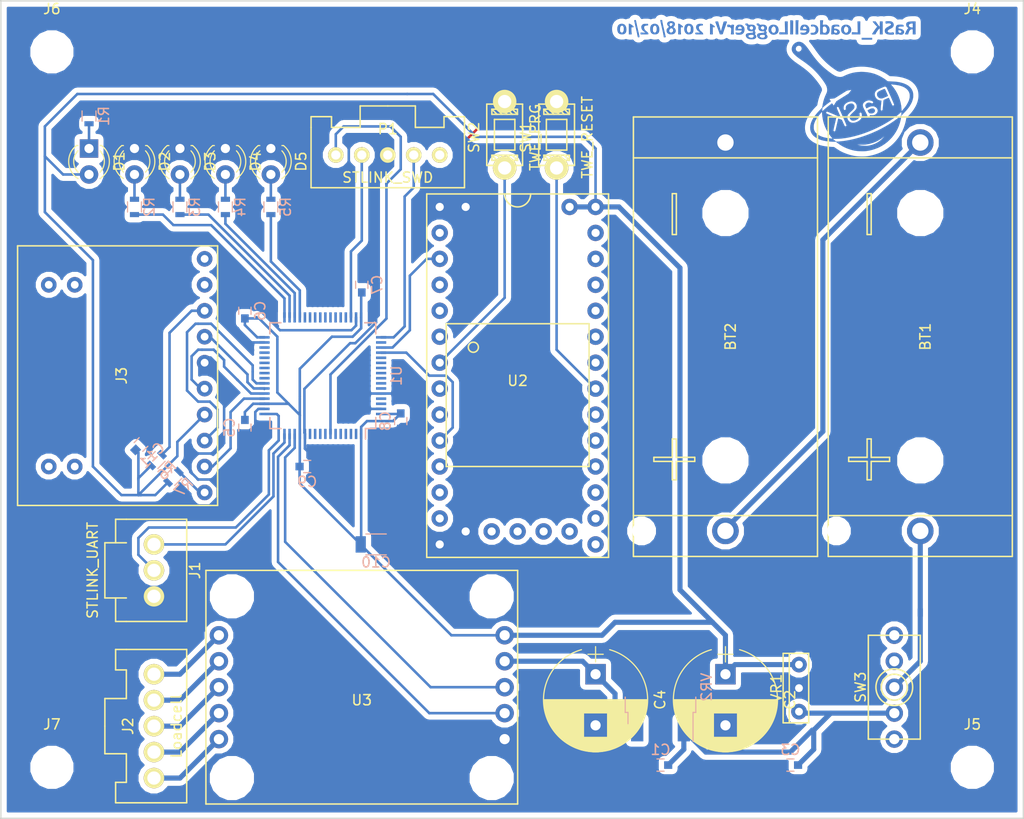
<source format=kicad_pcb>
(kicad_pcb (version 4) (host pcbnew 4.0.7)
  (layers (0 F.Cu signal) (31 B.Cu signal) (34 B.Paste user) (35 F.Paste user) (36 B.SilkS user) (37 F.SilkS user) (38 B.Mask user) (39 F.Mask user) (44 Edge.Cuts user))
  (net 0 "")
  (net 1 "Net-(BT1-Pad1)")
  (net 2 "Net-(BT1-Pad2)")
  (net 3 GND)
  (net 4 +6V)
  (net 5 +3V3)
  (net 6 +5V)
  (net 7 "Net-(D1-Pad1)")
  (net 8 "Net-(D2-Pad2)")
  (net 9 "Net-(D3-Pad2)")
  (net 10 "Net-(D4-Pad2)")
  (net 11 "Net-(D5-Pad2)")
  (net 12 /Debug_mOUT)
  (net 13 /Debug_mIN)
  (net 14 "Net-(J2-Pad1)")
  (net 15 "Net-(J2-Pad2)")
  (net 16 "Net-(J2-Pad3)")
  (net 17 "Net-(J2-Pad4)")
  (net 18 "Net-(J2-Pad5)")
  (net 19 "Net-(J3-Pad9)")
  (net 20 /SD_CS)
  (net 21 /SD_MOSI)
  (net 22 /SD_CLK)
  (net 23 /SD_MISO)
  (net 24 "Net-(J3-Pad8)")
  (net 25 "Net-(J4-Pad1)")
  (net 26 "Net-(J5-Pad1)")
  (net 27 "Net-(J6-Pad1)")
  (net 28 "Net-(J7-Pad1)")
  (net 29 "Net-(P1-Pad1)")
  (net 30 /STM_SWCLK)
  (net 31 /STM_SWDIO)
  (net 32 /STM_RESET)
  (net 33 "Net-(R2-Pad1)")
  (net 34 "Net-(R3-Pad1)")
  (net 35 "Net-(R4-Pad1)")
  (net 36 "Net-(R5-Pad1)")
  (net 37 "Net-(SW2-Pad1)")
  (net 38 "Net-(SW3-Pad3)")
  (net 39 "Net-(U1-Pad2)")
  (net 40 "Net-(U1-Pad3)")
  (net 41 "Net-(U1-Pad4)")
  (net 42 "Net-(U1-Pad5)")
  (net 43 "Net-(U1-Pad6)")
  (net 44 "Net-(U1-Pad10)")
  (net 45 "Net-(U1-Pad11)")
  (net 46 "Net-(U1-Pad24)")
  (net 47 "Net-(U1-Pad25)")
  (net 48 /LCAmp_DAT)
  (net 49 /LCAmp_SCK)
  (net 50 "Net-(U1-Pad28)")
  (net 51 "Net-(U1-Pad29)")
  (net 52 "Net-(U1-Pad30)")
  (net 53 "Net-(U1-Pad37)")
  (net 54 "Net-(U1-Pad38)")
  (net 55 "Net-(U1-Pad39)")
  (net 56 "Net-(U1-Pad40)")
  (net 57 "Net-(U1-Pad41)")
  (net 58 "Net-(U1-Pad42)")
  (net 59 "Net-(U1-Pad43)")
  (net 60 "Net-(U1-Pad50)")
  (net 61 /TWE_mOUT)
  (net 62 /TWE_mIN)
  (net 63 "Net-(U1-Pad53)")
  (net 64 "Net-(U1-Pad54)")
  (net 65 "Net-(U1-Pad55)")
  (net 66 "Net-(U1-Pad56)")
  (net 67 "Net-(U1-Pad57)")
  (net 68 "Net-(U1-Pad58)")
  (net 69 "Net-(U1-Pad59)")
  (net 70 "Net-(U1-Pad61)")
  (net 71 "Net-(U1-Pad62)")
  (net 72 "Net-(U2-Pad2)")
  (net 73 "Net-(U2-Pad4)")
  (net 74 "Net-(U2-Pad5)")
  (net 75 "Net-(U2-Pad6)")
  (net 76 "Net-(U2-Pad9)")
  (net 77 "Net-(U2-Pad8)")
  (net 78 "Net-(U2-Pad11)")
  (net 79 "Net-(U2-Pad12)")
  (net 80 "Net-(U2-Pad13)")
  (net 81 "Net-(U2-Pad18)")
  (net 82 "Net-(U2-Pad17)")
  (net 83 "Net-(U2-Pad16)")
  (net 84 "Net-(U2-Pad19)")
  (net 85 "Net-(U2-Pad15)")
  (net 86 "Net-(U2-Pad20)")
  (net 87 "Net-(U2-Pad26)")
  (net 88 "Net-(U2-Pad24)")
  (net 89 "Net-(U2-Pad27)")
  (net 90 "Net-(U2-Pad22)")
  (net 91 "Net-(U2-Pad23)")
  (net 92 "Net-(U2-Pad25)")
  (net 93 "Net-(U2-Pad30)")
  (net 94 "Net-(U2-Pad31)")
  (net 95 "Net-(U2-Pad32)")
  (net 96 "Net-(U2-Pad33)")
  (net 97 "Net-(U1-Pad26)")
  (net 98 "Net-(U1-Pad27)")
  (net 99 "Net-(J3-Pad1)")
  (net 100 "Net-(U1-Pad44)")
  (net 101 "Net-(U1-Pad45)")
  (net 102 "Net-(SW1-Pad1)")
  (net 103 "Net-(U1-Pad8)")
  (net 104 "Net-(U1-Pad9)")
  (module Housings_QFP:LQFP-64_10x10mm_Pitch0.5mm (layer B.Cu) (at 111.49 106.68 90)
    (fp_text reference U1 (at 0 7.2 90) (layer B.SilkS) (effects (justify mirror)))
    (fp_text value STM32F303RE)
    (pad 1 smd rect (at -5.7 3.75 90) (size 1 0.25) (layers B.Cu B.Paste B.Mask) (net 5 +3V3))
    (pad 2 smd rect (at -5.7 3.25 90) (size 1 0.25) (layers B.Cu B.Paste B.Mask) (net 39 "Net-(U1-Pad2)"))
    (pad 3 smd rect (at -5.7 2.75 90) (size 1 0.25) (layers B.Cu B.Paste B.Mask) (net 40 "Net-(U1-Pad3)"))
    (pad 4 smd rect (at -5.7 2.25 90) (size 1 0.25) (layers B.Cu B.Paste B.Mask) (net 41 "Net-(U1-Pad4)"))
    (pad 5 smd rect (at -5.7 1.75 90) (size 1 0.25) (layers B.Cu B.Paste B.Mask) (net 42 "Net-(U1-Pad5)"))
    (pad 6 smd rect (at -5.7 1.25 90) (size 1 0.25) (layers B.Cu B.Paste B.Mask) (net 43 "Net-(U1-Pad6)"))
    (pad 7 smd rect (at -5.7 0.75 90) (size 1 0.25) (layers B.Cu B.Paste B.Mask) (net 32 /STM_RESET))
    (pad 8 smd rect (at -5.7 0.25 90) (size 1 0.25) (layers B.Cu B.Paste B.Mask) (net 103 "Net-(U1-Pad8)"))
    (pad 9 smd rect (at -5.7 -0.25 90) (size 1 0.25) (layers B.Cu B.Paste B.Mask) (net 104 "Net-(U1-Pad9)"))
    (pad 10 smd rect (at -5.7 -0.75 90) (size 1 0.25) (layers B.Cu B.Paste B.Mask) (net 44 "Net-(U1-Pad10)"))
    (pad 11 smd rect (at -5.7 -1.25 90) (size 1 0.25) (layers B.Cu B.Paste B.Mask) (net 45 "Net-(U1-Pad11)"))
    (pad 12 smd rect (at -5.7 -1.75 90) (size 1 0.25) (layers B.Cu B.Paste B.Mask) (net 3 GND))
    (pad 13 smd rect (at -5.7 -2.25 90) (size 1 0.25) (layers B.Cu B.Paste B.Mask) (net 5 +3V3))
    (pad 14 smd rect (at -5.7 -2.75 90) (size 1 0.25) (layers B.Cu B.Paste B.Mask) (net 48 /LCAmp_DAT))
    (pad 15 smd rect (at -5.7 -3.25 90) (size 1 0.25) (layers B.Cu B.Paste B.Mask) (net 49 /LCAmp_SCK))
    (pad 16 smd rect (at -5.7 -3.75 90) (size 1 0.25) (layers B.Cu B.Paste B.Mask) (net 12 /Debug_mOUT))
    (pad 17 smd rect (at -3.75 -5.7) (size 1 0.25) (layers B.Cu B.Paste B.Mask) (net 13 /Debug_mIN))
    (pad 18 smd rect (at -3.25 -5.7) (size 1 0.25) (layers B.Cu B.Paste B.Mask) (net 3 GND))
    (pad 19 smd rect (at -2.75 -5.7) (size 1 0.25) (layers B.Cu B.Paste B.Mask) (net 5 +3V3))
    (pad 20 smd rect (at -2.25 -5.7) (size 1 0.25) (layers B.Cu B.Paste B.Mask) (net 20 /SD_CS))
    (pad 21 smd rect (at -1.75 -5.7) (size 1 0.25) (layers B.Cu B.Paste B.Mask) (net 22 /SD_CLK))
    (pad 22 smd rect (at -1.25 -5.7) (size 1 0.25) (layers B.Cu B.Paste B.Mask) (net 23 /SD_MISO))
    (pad 23 smd rect (at -0.75 -5.7) (size 1 0.25) (layers B.Cu B.Paste B.Mask) (net 21 /SD_MOSI))
    (pad 24 smd rect (at -0.25 -5.7) (size 1 0.25) (layers B.Cu B.Paste B.Mask) (net 46 "Net-(U1-Pad24)"))
    (pad 25 smd rect (at 0.25 -5.7) (size 1 0.25) (layers B.Cu B.Paste B.Mask) (net 47 "Net-(U1-Pad25)"))
    (pad 26 smd rect (at 0.75 -5.7) (size 1 0.25) (layers B.Cu B.Paste B.Mask) (net 97 "Net-(U1-Pad26)"))
    (pad 27 smd rect (at 1.25 -5.7) (size 1 0.25) (layers B.Cu B.Paste B.Mask) (net 98 "Net-(U1-Pad27)"))
    (pad 28 smd rect (at 1.75 -5.7) (size 1 0.25) (layers B.Cu B.Paste B.Mask) (net 50 "Net-(U1-Pad28)"))
    (pad 29 smd rect (at 2.25 -5.7) (size 1 0.25) (layers B.Cu B.Paste B.Mask) (net 51 "Net-(U1-Pad29)"))
    (pad 30 smd rect (at 2.75 -5.7) (size 1 0.25) (layers B.Cu B.Paste B.Mask) (net 52 "Net-(U1-Pad30)"))
    (pad 31 smd rect (at 3.25 -5.7) (size 1 0.25) (layers B.Cu B.Paste B.Mask) (net 3 GND))
    (pad 32 smd rect (at 3.75 -5.7) (size 1 0.25) (layers B.Cu B.Paste B.Mask) (net 5 +3V3))
    (pad 33 smd rect (at 5.7 -3.75 90) (size 1 0.25) (layers B.Cu B.Paste B.Mask) (net 33 "Net-(R2-Pad1)"))
    (pad 34 smd rect (at 5.7 -3.25 90) (size 1 0.25) (layers B.Cu B.Paste B.Mask) (net 34 "Net-(R3-Pad1)"))
    (pad 35 smd rect (at 5.7 -2.75 90) (size 1 0.25) (layers B.Cu B.Paste B.Mask) (net 35 "Net-(R4-Pad1)"))
    (pad 36 smd rect (at 5.7 -2.25 90) (size 1 0.25) (layers B.Cu B.Paste B.Mask) (net 36 "Net-(R5-Pad1)"))
    (pad 37 smd rect (at 5.7 -1.75 90) (size 1 0.25) (layers B.Cu B.Paste B.Mask) (net 53 "Net-(U1-Pad37)"))
    (pad 38 smd rect (at 5.7 -1.25 90) (size 1 0.25) (layers B.Cu B.Paste B.Mask) (net 54 "Net-(U1-Pad38)"))
    (pad 39 smd rect (at 5.7 -0.75 90) (size 1 0.25) (layers B.Cu B.Paste B.Mask) (net 55 "Net-(U1-Pad39)"))
    (pad 40 smd rect (at 5.7 -0.25 90) (size 1 0.25) (layers B.Cu B.Paste B.Mask) (net 56 "Net-(U1-Pad40)"))
    (pad 41 smd rect (at 5.7 0.25 90) (size 1 0.25) (layers B.Cu B.Paste B.Mask) (net 57 "Net-(U1-Pad41)"))
    (pad 42 smd rect (at 5.7 0.75 90) (size 1 0.25) (layers B.Cu B.Paste B.Mask) (net 58 "Net-(U1-Pad42)"))
    (pad 43 smd rect (at 5.7 1.25 90) (size 1 0.25) (layers B.Cu B.Paste B.Mask) (net 59 "Net-(U1-Pad43)"))
    (pad 44 smd rect (at 5.7 1.75 90) (size 1 0.25) (layers B.Cu B.Paste B.Mask) (net 100 "Net-(U1-Pad44)"))
    (pad 45 smd rect (at 5.7 2.25 90) (size 1 0.25) (layers B.Cu B.Paste B.Mask) (net 101 "Net-(U1-Pad45)"))
    (pad 46 smd rect (at 5.7 2.75 90) (size 1 0.25) (layers B.Cu B.Paste B.Mask) (net 31 /STM_SWDIO))
    (pad 47 smd rect (at 5.7 3.25 90) (size 1 0.25) (layers B.Cu B.Paste B.Mask) (net 3 GND))
    (pad 48 smd rect (at 5.7 3.75 90) (size 1 0.25) (layers B.Cu B.Paste B.Mask) (net 5 +3V3))
    (pad 49 smd rect (at 3.75 5.7) (size 1 0.25) (layers B.Cu B.Paste B.Mask) (net 30 /STM_SWCLK))
    (pad 50 smd rect (at 3.25 5.7) (size 1 0.25) (layers B.Cu B.Paste B.Mask) (net 60 "Net-(U1-Pad50)"))
    (pad 51 smd rect (at 2.75 5.7) (size 1 0.25) (layers B.Cu B.Paste B.Mask) (net 61 /TWE_mOUT))
    (pad 52 smd rect (at 2.25 5.7) (size 1 0.25) (layers B.Cu B.Paste B.Mask) (net 62 /TWE_mIN))
    (pad 53 smd rect (at 1.75 5.7) (size 1 0.25) (layers B.Cu B.Paste B.Mask) (net 63 "Net-(U1-Pad53)"))
    (pad 54 smd rect (at 1.25 5.7) (size 1 0.25) (layers B.Cu B.Paste B.Mask) (net 64 "Net-(U1-Pad54)"))
    (pad 55 smd rect (at 0.75 5.7) (size 1 0.25) (layers B.Cu B.Paste B.Mask) (net 65 "Net-(U1-Pad55)"))
    (pad 56 smd rect (at 0.25 5.7) (size 1 0.25) (layers B.Cu B.Paste B.Mask) (net 66 "Net-(U1-Pad56)"))
    (pad 57 smd rect (at -0.25 5.7) (size 1 0.25) (layers B.Cu B.Paste B.Mask) (net 67 "Net-(U1-Pad57)"))
    (pad 58 smd rect (at -0.75 5.7) (size 1 0.25) (layers B.Cu B.Paste B.Mask) (net 68 "Net-(U1-Pad58)"))
    (pad 59 smd rect (at -1.25 5.7) (size 1 0.25) (layers B.Cu B.Paste B.Mask) (net 69 "Net-(U1-Pad59)"))
    (pad 60 smd rect (at -1.75 5.7) (size 1 0.25) (layers B.Cu B.Paste B.Mask) (net 3 GND))
    (pad 61 smd rect (at -2.25 5.7) (size 1 0.25) (layers B.Cu B.Paste B.Mask) (net 70 "Net-(U1-Pad61)"))
    (pad 62 smd rect (at -2.75 5.7) (size 1 0.25) (layers B.Cu B.Paste B.Mask) (net 71 "Net-(U1-Pad62)"))
    (pad 63 smd rect (at -3.25 5.7) (size 1 0.25) (layers B.Cu B.Paste B.Mask) (net 3 GND))
    (pad 64 smd rect (at -3.75 5.7) (size 1 0.25) (layers B.Cu B.Paste B.Mask) (net 5 +3V3))
  )
  (module KUT_Device:BHC-CR123A (layer F.Cu) (at 169.91 102.87 90)
    (fp_text reference BT1 (at 0 0.5 90) (layer F.SilkS))
    (fp_text value CR123A)
    (pad 1 thru_hole circle (at -19 0 90) (size 2.6 2.6) (drill 1.6) (layers *.Cu *.Mask) (net 1 "Net-(BT1-Pad1)"))
    (pad 2 thru_hole circle (at 19 0 90) (size 2.6 2.6) (drill 1.6) (layers *.Cu *.Mask) (net 2 "Net-(BT1-Pad2)"))
    (pad "" np_thru_hole circle (at -12.1 0 90) (size 3.5 3.5) (drill 3.5) (layers *.Cu *.Mask))
    (pad "" np_thru_hole circle (at 12.1 0 90) (size 3.5 3.5) (drill 3.5) (layers *.Cu *.Mask))
    (pad "" np_thru_hole circle (at -19 -8.2 90) (size 1.8 1.8) (drill 1.8) (layers *.Cu *.Mask))
  )
  (module KUT_Device:BHC-CR123A (layer F.Cu) (at 150.86 102.87 90)
    (fp_text reference BT2 (at 0 0.5 90) (layer F.SilkS))
    (fp_text value CR123A)
    (pad 1 thru_hole circle (at -19 0 90) (size 2.6 2.6) (drill 1.6) (layers *.Cu *.Mask) (net 2 "Net-(BT1-Pad2)"))
    (pad 2 thru_hole circle (at 19 0 90) (size 2.6 2.6) (drill 1.6) (layers *.Cu *.Mask) (net 3 GND))
    (pad "" np_thru_hole circle (at -12.1 0 90) (size 3.5 3.5) (drill 3.5) (layers *.Cu *.Mask))
    (pad "" np_thru_hole circle (at 12.1 0 90) (size 3.5 3.5) (drill 3.5) (layers *.Cu *.Mask))
    (pad "" np_thru_hole circle (at -19 -8.2 90) (size 1.8 1.8) (drill 1.8) (layers *.Cu *.Mask))
  )
  (module Capacitors_SMD:C_0603 (layer B.Cu) (at 144.51 144.78 180)
    (fp_text reference C1 (at 0 1.5 180) (layer B.SilkS) (effects (justify mirror)))
    (fp_text value 0.1u)
    (pad 2 smd rect (at 0.75 0 180) (size 0.8 0.75) (layers B.Cu B.Paste B.Mask) (net 3 GND))
    (pad 1 smd rect (at -0.75 0 180) (size 0.8 0.75) (layers B.Cu B.Paste B.Mask) (net 4 +6V))
  )
  (module Capacitors_SMD:C_0603 (layer B.Cu) (at 157.21 144.78 180)
    (fp_text reference C3 (at 0 1.5 180) (layer B.SilkS) (effects (justify mirror)))
    (fp_text value 0.1u)
    (pad 2 smd rect (at 0.75 0 180) (size 0.8 0.75) (layers B.Cu B.Paste B.Mask) (net 3 GND))
    (pad 1 smd rect (at -0.75 0 180) (size 0.8 0.75) (layers B.Cu B.Paste B.Mask) (net 4 +6V))
  )
  (module Capacitors_SMD:C_0603 (layer B.Cu) (at 103.87 111.76 270)
    (fp_text reference C5 (at 0 1.5 270) (layer B.SilkS) (effects (justify mirror)))
    (fp_text value 0.1u)
    (pad 2 smd rect (at 0.75 0 270) (size 0.8 0.75) (layers B.Cu B.Paste B.Mask) (net 3 GND))
    (pad 1 smd rect (at -0.75 0 270) (size 0.8 0.75) (layers B.Cu B.Paste B.Mask) (net 5 +3V3))
  )
  (module Capacitors_SMD:C_0603 (layer B.Cu) (at 103.87 100.33 90)
    (fp_text reference C6 (at 0 1.5 90) (layer B.SilkS) (effects (justify mirror)))
    (fp_text value 0.1u)
    (pad 2 smd rect (at 0.75 0 90) (size 0.8 0.75) (layers B.Cu B.Paste B.Mask) (net 3 GND))
    (pad 1 smd rect (at -0.75 0 90) (size 0.8 0.75) (layers B.Cu B.Paste B.Mask) (net 5 +3V3))
  )
  (module Capacitors_SMD:C_0603 (layer B.Cu) (at 115.3 97.79 90)
    (fp_text reference C7 (at 0 1.5 90) (layer B.SilkS) (effects (justify mirror)))
    (fp_text value 0.1u)
    (pad 2 smd rect (at 0.75 0 90) (size 0.8 0.75) (layers B.Cu B.Paste B.Mask) (net 3 GND))
    (pad 1 smd rect (at -0.75 0 90) (size 0.8 0.75) (layers B.Cu B.Paste B.Mask) (net 5 +3V3))
  )
  (module Capacitors_SMD:C_0603 (layer B.Cu) (at 119.11 111.125 270)
    (fp_text reference C8 (at 0 1.5 270) (layer B.SilkS) (effects (justify mirror)))
    (fp_text value 0.1u)
    (pad 2 smd rect (at 0.75 0 270) (size 0.8 0.75) (layers B.Cu B.Paste B.Mask) (net 3 GND))
    (pad 1 smd rect (at -0.75 0 270) (size 0.8 0.75) (layers B.Cu B.Paste B.Mask) (net 5 +3V3))
  )
  (module Capacitors_SMD:C_0603 (layer B.Cu) (at 109.966 115.57)
    (fp_text reference C9 (at 0 1.5) (layer B.SilkS) (effects (justify mirror)))
    (fp_text value 0.01u)
    (pad 2 smd rect (at 0.75 0) (size 0.8 0.75) (layers B.Cu B.Paste B.Mask) (net 3 GND))
    (pad 1 smd rect (at -0.75 0) (size 0.8 0.75) (layers B.Cu B.Paste B.Mask) (net 5 +3V3))
  )
  (module Capacitors_SMD:C_1206 (layer B.Cu) (at 116.697 123.19)
    (fp_text reference C10 (at 0 1.75) (layer B.SilkS) (effects (justify mirror)))
    (fp_text value 4.7u)
    (pad 1 smd rect (at -1.5 0) (size 1 1.6) (layers B.Cu B.Paste B.Mask) (net 5 +3V3))
    (pad 2 smd rect (at 1.5 0) (size 1 1.6) (layers B.Cu B.Paste B.Mask) (net 3 GND))
  )
  (module Capacitors_SMD:C_0603 (layer B.Cu) (at 93.71 113.411 45)
    (fp_text reference C11 (at 0 1.5 45) (layer B.SilkS) (effects (justify mirror)))
    (fp_text value 1u)
    (pad 2 smd rect (at 0.75 0 45) (size 0.8 0.75) (layers B.Cu B.Paste B.Mask) (net 3 GND))
    (pad 1 smd rect (at -0.75 0 45) (size 0.8 0.75) (layers B.Cu B.Paste B.Mask) (net 5 +3V3))
  )
  (module KUT_Connector:DF1E-3P_Straight (layer F.Cu) (at 94.98 125.73 270)
    (fp_text reference J1 (at 0 -4 450) (layer F.SilkS))
    (fp_text value STLINK_UART (at 0 6 270) (layer F.SilkS))
    (pad 1 thru_hole circle (at -2.54 0 90) (size 2 2) (drill 1.3) (layers *.Cu *.Mask F.SilkS) (net 12 /Debug_mOUT))
    (pad 2 thru_hole circle (at 0 0 90) (size 2 2) (drill 1.3) (layers *.Cu *.Mask F.SilkS) (net 13 /Debug_mIN))
    (pad 3 thru_hole circle (at 2.54 0 90) (size 2 2) (drill 1.3) (layers *.Cu *.Mask F.SilkS) (net 3 GND))
  )
  (module KUT_Connector:DF1E-5P_Straight (layer F.Cu) (at 94.98 140.97 270)
    (fp_text reference J2 (at 0 2.54 270) (layer F.SilkS))
    (fp_text value Loadcell (at 0 -2.2 270) (layer F.SilkS))
    (pad 1 thru_hole circle (at -5.08 0 270) (size 2 2) (drill 1.3) (layers *.Cu *.Mask F.SilkS) (net 14 "Net-(J2-Pad1)"))
    (pad 2 thru_hole circle (at -2.54 0 270) (size 2 2) (drill 1.3) (layers *.Cu *.Mask F.SilkS) (net 15 "Net-(J2-Pad2)"))
    (pad 3 thru_hole circle (at 0 0 270) (size 2 2) (drill 1.3) (layers *.Cu *.Mask F.SilkS) (net 16 "Net-(J2-Pad3)"))
    (pad 4 thru_hole circle (at 2.54 0 270) (size 2 2) (drill 1.3) (layers *.Cu *.Mask F.SilkS) (net 17 "Net-(J2-Pad4)"))
    (pad 5 thru_hole circle (at 5.08 0 270) (size 2 2) (drill 1.3) (layers *.Cu *.Mask F.SilkS) (net 18 "Net-(J2-Pad5)"))
  )
  (module Mounting_Holes:MountingHole_3.2mm_M3 (layer F.Cu) (at 175 75)
    (fp_text reference J4 (at 0 -4.2) (layer F.SilkS))
    (fp_text value Mount)
    (pad 1 np_thru_hole circle (at 0 0) (size 3.2 3.2) (drill 3.2) (layers *.Cu *.Mask) (net 25 "Net-(J4-Pad1)"))
  )
  (module Mounting_Holes:MountingHole_3.2mm_M3 (layer F.Cu) (at 175 145)
    (fp_text reference J5 (at 0 -4.2) (layer F.SilkS))
    (fp_text value Mount)
    (pad 1 np_thru_hole circle (at 0 0) (size 3.2 3.2) (drill 3.2) (layers *.Cu *.Mask) (net 26 "Net-(J5-Pad1)"))
  )
  (module Mounting_Holes:MountingHole_3.2mm_M3 (layer F.Cu) (at 85 75)
    (fp_text reference J6 (at 0 -4.2) (layer F.SilkS))
    (fp_text value Mount)
    (pad 1 np_thru_hole circle (at 0 0) (size 3.2 3.2) (drill 3.2) (layers *.Cu *.Mask) (net 27 "Net-(J6-Pad1)"))
  )
  (module Mounting_Holes:MountingHole_3.2mm_M3 (layer F.Cu) (at 85 145)
    (fp_text reference J7 (at 0 -4.2) (layer F.SilkS))
    (fp_text value Mount)
    (pad 1 np_thru_hole circle (at 0 0) (size 3.2 3.2) (drill 3.2) (layers *.Cu *.Mask) (net 28 "Net-(J7-Pad1)"))
  )
  (module Resistors_SMD:R_0603 (layer B.Cu) (at 88.63 81.28 90)
    (fp_text reference R1 (at 0 1.45 90) (layer B.SilkS) (effects (justify mirror)))
    (fp_text value 300)
    (pad 1 smd rect (at -0.75 0 90) (size 0.5 0.9) (layers B.Cu B.Paste B.Mask) (net 7 "Net-(D1-Pad1)"))
    (pad 2 smd rect (at 0.75 0 90) (size 0.5 0.9) (layers B.Cu B.Paste B.Mask) (net 3 GND))
  )
  (module Resistors_SMD:R_0603 (layer B.Cu) (at 93.075 90.17 90)
    (fp_text reference R2 (at 0 1.45 90) (layer B.SilkS) (effects (justify mirror)))
    (fp_text value R)
    (pad 1 smd rect (at -0.75 0 90) (size 0.5 0.9) (layers B.Cu B.Paste B.Mask) (net 33 "Net-(R2-Pad1)"))
    (pad 2 smd rect (at 0.75 0 90) (size 0.5 0.9) (layers B.Cu B.Paste B.Mask) (net 8 "Net-(D2-Pad2)"))
  )
  (module Resistors_SMD:R_0603 (layer B.Cu) (at 97.52 90.17 90)
    (fp_text reference R3 (at 0 1.45 90) (layer B.SilkS) (effects (justify mirror)))
    (fp_text value R)
    (pad 1 smd rect (at -0.75 0 90) (size 0.5 0.9) (layers B.Cu B.Paste B.Mask) (net 34 "Net-(R3-Pad1)"))
    (pad 2 smd rect (at 0.75 0 90) (size 0.5 0.9) (layers B.Cu B.Paste B.Mask) (net 9 "Net-(D3-Pad2)"))
  )
  (module Resistors_SMD:R_0603 (layer B.Cu) (at 101.965 90.17 90)
    (fp_text reference R4 (at 0 1.45 90) (layer B.SilkS) (effects (justify mirror)))
    (fp_text value R)
    (pad 1 smd rect (at -0.75 0 90) (size 0.5 0.9) (layers B.Cu B.Paste B.Mask) (net 35 "Net-(R4-Pad1)"))
    (pad 2 smd rect (at 0.75 0 90) (size 0.5 0.9) (layers B.Cu B.Paste B.Mask) (net 10 "Net-(D4-Pad2)"))
  )
  (module Resistors_SMD:R_0603 (layer B.Cu) (at 106.41 90.17 90)
    (fp_text reference R5 (at 0 1.45 90) (layer B.SilkS) (effects (justify mirror)))
    (fp_text value R)
    (pad 1 smd rect (at -0.75 0 90) (size 0.5 0.9) (layers B.Cu B.Paste B.Mask) (net 36 "Net-(R5-Pad1)"))
    (pad 2 smd rect (at 0.75 0 90) (size 0.5 0.9) (layers B.Cu B.Paste B.Mask) (net 11 "Net-(D5-Pad2)"))
  )
  (module Resistors_SMD:R_0603 (layer B.Cu) (at 95.234 114.935 45)
    (fp_text reference R6 (at 0 1.45 45) (layer B.SilkS) (effects (justify mirror)))
    (fp_text value 47k)
    (pad 1 smd rect (at -0.75 0 45) (size 0.5 0.9) (layers B.Cu B.Paste B.Mask) (net 5 +3V3))
    (pad 2 smd rect (at 0.75 0 45) (size 0.5 0.9) (layers B.Cu B.Paste B.Mask) (net 24 "Net-(J3-Pad8)"))
  )
  (module Resistors_SMD:R_0603 (layer B.Cu) (at 96.885 116.586 45)
    (fp_text reference R7 (at 0 1.45 45) (layer B.SilkS) (effects (justify mirror)))
    (fp_text value 47k)
    (pad 1 smd rect (at -0.75 0 45) (size 0.5 0.9) (layers B.Cu B.Paste B.Mask) (net 5 +3V3))
    (pad 2 smd rect (at 0.75 0 45) (size 0.5 0.9) (layers B.Cu B.Paste B.Mask) (net 99 "Net-(J3-Pad1)"))
  )
  (module KUT_Switch:TactSwitch_1 (layer F.Cu) (at 134.35 86.36 90)
    (fp_text reference SW1 (at 3 -3 90) (layer F.SilkS))
    (fp_text value TWE_RESET (at 3 3 90) (layer F.SilkS))
    (pad 1 thru_hole circle (at 0 0 90) (size 2.3 2.3) (drill 1.3) (layers *.Cu *.Mask F.SilkS) (net 102 "Net-(SW1-Pad1)"))
    (pad 2 thru_hole circle (at 6.5 0 90) (size 2.3 2.3) (drill 1.3) (layers *.Cu *.Mask F.SilkS) (net 3 GND))
  )
  (module KUT_Switch:TactSwitch_1 (layer F.Cu) (at 129.27 86.36 90)
    (fp_text reference SW2 (at 3 -3 90) (layer F.SilkS))
    (fp_text value TWE_PRG (at 3 3 90) (layer F.SilkS))
    (pad 1 thru_hole circle (at 0 0 90) (size 2.3 2.3) (drill 1.3) (layers *.Cu *.Mask F.SilkS) (net 37 "Net-(SW2-Pad1)"))
    (pad 2 thru_hole circle (at 6.5 0 90) (size 2.3 2.3) (drill 1.3) (layers *.Cu *.Mask F.SilkS) (net 3 GND))
  )
  (module KUT_Switch:ToggleSwitch_Q22 (layer F.Cu) (at 167.37 137.16 90)
    (fp_text reference SW3 (at 0 -3.302 90) (layer F.SilkS))
    (fp_text value PWR_SW)
    (pad "" thru_hole circle (at -5.08 0 90) (size 1.7 1.7) (drill 1) (layers *.Cu *.Mask))
    (pad 1 thru_hole circle (at -2.54 0 90) (size 1.7 1.7) (drill 1) (layers *.Cu *.Mask) (net 4 +6V))
    (pad 2 thru_hole circle (at 0 0 90) (size 1.7 1.7) (drill 1) (layers *.Cu *.Mask) (net 1 "Net-(BT1-Pad1)"))
    (pad 3 thru_hole circle (at 2.54 0 90) (size 1.7 1.7) (drill 1) (layers *.Cu *.Mask) (net 38 "Net-(SW3-Pad3)"))
    (pad "" thru_hole circle (at 5.08 0 90) (size 1.7 1.7) (drill 1) (layers *.Cu *.Mask))
  )
  (module KUT_Sensor:Sparkfun_HX711_LoadCellAmp_Module (layer F.Cu) (at 115.3 137.16)
    (fp_text reference U3 (at 0 1.27) (layer F.SilkS))
    (fp_text value Sparkfun_HX711_LoadCellAmp)
    (pad "" np_thru_hole circle (at -12.7 -8.89) (size 3.3 3.3) (drill 3.3) (layers *.Cu *.Mask))
    (pad "" np_thru_hole circle (at -12.7 8.89) (size 3.3 3.3) (drill 3.3) (layers *.Cu *.Mask))
    (pad "" np_thru_hole circle (at 12.7 8.89) (size 3.3 3.3) (drill 3.3) (layers *.Cu *.Mask))
    (pad 1 thru_hole circle (at 13.97 -5.08) (size 1.8 1.8) (drill 1) (layers *.Cu *.Mask) (net 5 +3V3))
    (pad 2 thru_hole circle (at 13.97 -2.54) (size 1.8 1.8) (drill 1) (layers *.Cu *.Mask) (net 6 +5V))
    (pad 3 thru_hole circle (at 13.97 0) (size 1.8 1.8) (drill 1) (layers *.Cu *.Mask) (net 48 /LCAmp_DAT))
    (pad 4 thru_hole circle (at 13.97 2.54) (size 1.8 1.8) (drill 1) (layers *.Cu *.Mask) (net 49 /LCAmp_SCK))
    (pad 5 thru_hole circle (at 13.97 5.08) (size 1.8 1.8) (drill 1) (layers *.Cu *.Mask) (net 3 GND))
    (pad 6 thru_hole circle (at -13.97 -5.08) (size 1.8 1.8) (drill 1) (layers *.Cu *.Mask) (net 14 "Net-(J2-Pad1)"))
    (pad 7 thru_hole circle (at -13.97 -2.54) (size 1.8 1.8) (drill 1) (layers *.Cu *.Mask) (net 15 "Net-(J2-Pad2)"))
    (pad 8 thru_hole circle (at -13.97 0) (size 1.8 1.8) (drill 1) (layers *.Cu *.Mask) (net 16 "Net-(J2-Pad3)"))
    (pad 9 thru_hole circle (at -13.97 2.54) (size 1.8 1.8) (drill 1) (layers *.Cu *.Mask) (net 17 "Net-(J2-Pad4)"))
    (pad 10 thru_hole circle (at -13.97 5.08) (size 1.8 1.8) (drill 1) (layers *.Cu *.Mask) (net 18 "Net-(J2-Pad5)"))
    (pad "" np_thru_hole circle (at 12.7 -8.89) (size 3.3 3.3) (drill 3.3) (layers *.Cu *.Mask))
  )
  (module KUT_Device:TA48Mxx (layer B.Cu) (at 144.51 137.16 90)
    (fp_text reference VR2 (at 0 4.5 90) (layer B.SilkS) (effects (justify mirror)))
    (fp_text value TA48M05F)
    (pad 1 smd rect (at -4.2 2.28 90) (size 2.2 1.2) (layers B.Cu B.Paste B.Mask) (net 4 +6V))
    (pad 2 smd rect (at -4.2 -2.28 90) (size 2.2 1.2) (layers B.Cu B.Paste B.Mask) (net 6 +5V))
    (pad 3 smd rect (at 2.1 0 90) (size 6.4 5.8) (layers B.Cu B.Mask) (net 3 GND))
    (pad 3 smd rect (at 3.775 -1.525 90) (size 3.05 2.75) (layers B.Cu B.Paste) (net 3 GND))
    (pad 3 smd rect (at 0.425 1.525 90) (size 3.05 2.75) (layers B.Cu B.Paste) (net 3 GND))
    (pad 3 smd rect (at 3.775 1.525 90) (size 3.05 2.75) (layers B.Cu B.Paste) (net 3 GND))
    (pad 3 smd rect (at 0.425 -1.525 90) (size 3.05 2.75) (layers B.Cu B.Paste) (net 3 GND))
  )
  (module KUT_Connector:AE-MICRO-SD-DIP (layer F.Cu) (at 92.313 106.68 270)
    (fp_text reference J3 (at 0 0.5 270) (layer F.SilkS))
    (fp_text value Micro_SD_Card)
    (pad 1 thru_hole circle (at 11.43 -7.62 270) (size 1.524 1.524) (drill 0.762) (layers *.Cu *.Mask) (net 99 "Net-(J3-Pad1)"))
    (pad 2 thru_hole circle (at 8.89 -7.62 270) (size 1.524 1.524) (drill 0.762) (layers *.Cu *.Mask) (net 20 /SD_CS))
    (pad 3 thru_hole circle (at 6.35 -7.62 270) (size 1.524 1.524) (drill 0.762) (layers *.Cu *.Mask) (net 21 /SD_MOSI))
    (pad 4 thru_hole circle (at 3.81 -7.62 270) (size 1.524 1.524) (drill 0.762) (layers *.Cu *.Mask) (net 5 +3V3))
    (pad 5 thru_hole circle (at 1.27 -7.62 270) (size 1.524 1.524) (drill 0.762) (layers *.Cu *.Mask) (net 22 /SD_CLK))
    (pad 6 thru_hole circle (at -1.27 -7.62 270) (size 1.524 1.524) (drill 0.762) (layers *.Cu *.Mask) (net 3 GND))
    (pad 7 thru_hole circle (at -3.81 -7.62 270) (size 1.524 1.524) (drill 0.762) (layers *.Cu *.Mask) (net 23 /SD_MISO))
    (pad 8 thru_hole circle (at -6.35 -7.62 270) (size 1.524 1.524) (drill 0.762) (layers *.Cu *.Mask) (net 24 "Net-(J3-Pad8)"))
    (pad 9 thru_hole circle (at -8.89 -7.62 270) (size 1.524 1.524) (drill 0.762) (layers *.Cu *.Mask) (net 19 "Net-(J3-Pad9)"))
    (pad 10 thru_hole circle (at -11.43 -7.62 270) (size 1.524 1.524) (drill 0.762) (layers *.Cu *.Mask))
    (pad "" thru_hole circle (at 8.89 5.08 270) (size 1.524 1.524) (drill 0.762) (layers *.Cu *.Mask))
    (pad "" thru_hole circle (at 8.89 7.62 270) (size 1.524 1.524) (drill 0.762) (layers *.Cu *.Mask))
    (pad "" thru_hole circle (at -8.89 5.08 270) (size 1.524 1.524) (drill 0.762) (layers *.Cu *.Mask))
    (pad "" thru_hole circle (at -8.89 7.62 270) (size 1.524 1.524) (drill 0.762) (layers *.Cu *.Mask))
  )
  (module LEDs:LED_D3.0mm (layer F.Cu) (at 88.63 84.455 270)
    (fp_text reference D1 (at 1.27 -2.96 270) (layer F.SilkS))
    (fp_text value PWR)
    (pad 1 thru_hole rect (at 0 0 270) (size 1.8 1.8) (drill 0.9) (layers *.Cu *.Mask) (net 7 "Net-(D1-Pad1)"))
    (pad 2 thru_hole circle (at 2.54 0 270) (size 1.8 1.8) (drill 0.9) (layers *.Cu *.Mask) (net 5 +3V3))
  )
  (module LEDs:LED_D3.0mm (layer F.Cu) (at 93.075 84.455 270)
    (fp_text reference D2 (at 1.27 -2.96 270) (layer F.SilkS))
    (fp_text value LED)
    (pad 1 thru_hole rect (at 0 0 270) (size 1.8 1.8) (drill 0.9) (layers *.Cu *.Mask) (net 3 GND))
    (pad 2 thru_hole circle (at 2.54 0 270) (size 1.8 1.8) (drill 0.9) (layers *.Cu *.Mask) (net 8 "Net-(D2-Pad2)"))
  )
  (module LEDs:LED_D3.0mm (layer F.Cu) (at 97.52 84.455 270)
    (fp_text reference D3 (at 1.27 -2.96 270) (layer F.SilkS))
    (fp_text value LED)
    (pad 1 thru_hole rect (at 0 0 270) (size 1.8 1.8) (drill 0.9) (layers *.Cu *.Mask) (net 3 GND))
    (pad 2 thru_hole circle (at 2.54 0 270) (size 1.8 1.8) (drill 0.9) (layers *.Cu *.Mask) (net 9 "Net-(D3-Pad2)"))
  )
  (module LEDs:LED_D3.0mm (layer F.Cu) (at 101.965 84.455 270)
    (fp_text reference D4 (at 1.27 -2.96 270) (layer F.SilkS))
    (fp_text value LED)
    (pad 1 thru_hole rect (at 0 0 270) (size 1.8 1.8) (drill 0.9) (layers *.Cu *.Mask) (net 3 GND))
    (pad 2 thru_hole circle (at 2.54 0 270) (size 1.8 1.8) (drill 0.9) (layers *.Cu *.Mask) (net 10 "Net-(D4-Pad2)"))
  )
  (module LEDs:LED_D3.0mm (layer F.Cu) (at 106.41 84.455 270)
    (fp_text reference D5 (at 1.27 -2.96 270) (layer F.SilkS))
    (fp_text value LED)
    (pad 1 thru_hole rect (at 0 0 270) (size 1.8 1.8) (drill 0.9) (layers *.Cu *.Mask) (net 3 GND))
    (pad 2 thru_hole circle (at 2.54 0 270) (size 1.8 1.8) (drill 0.9) (layers *.Cu *.Mask) (net 11 "Net-(D5-Pad2)"))
  )
  (module KUT_CommIC:TWE-Lite_DIP (layer F.Cu) (at 130.54 106.68)
    (fp_text reference U2 (at 0 0.5) (layer F.SilkS))
    (fp_text value TWE-Lite_DIP)
    (pad 2 thru_hole circle (at -7.62 -13.97) (size 1.6 1.6) (drill 0.8) (layers *.Cu *.Mask) (net 72 "Net-(U2-Pad2)"))
    (pad 3 thru_hole circle (at -7.62 -11.43) (size 1.6 1.6) (drill 0.8) (layers *.Cu *.Mask) (net 61 /TWE_mOUT))
    (pad 4 thru_hole circle (at -7.62 -8.89) (size 1.6 1.6) (drill 0.8) (layers *.Cu *.Mask) (net 73 "Net-(U2-Pad4)"))
    (pad 5 thru_hole circle (at -7.62 -6.35) (size 1.6 1.6) (drill 0.8) (layers *.Cu *.Mask) (net 74 "Net-(U2-Pad5)"))
    (pad 6 thru_hole circle (at -7.62 -3.81) (size 1.6 1.6) (drill 0.8) (layers *.Cu *.Mask) (net 75 "Net-(U2-Pad6)"))
    (pad 7 thru_hole circle (at -7.62 -1.27) (size 1.6 1.6) (drill 0.8) (layers *.Cu *.Mask) (net 37 "Net-(SW2-Pad1)"))
    (pad 9 thru_hole circle (at -7.62 3.81) (size 1.6 1.6) (drill 0.8) (layers *.Cu *.Mask) (net 76 "Net-(U2-Pad9)"))
    (pad 8 thru_hole circle (at -7.62 1.27) (size 1.6 1.6) (drill 0.8) (layers *.Cu *.Mask) (net 77 "Net-(U2-Pad8)"))
    (pad 10 thru_hole circle (at -7.62 6.35) (size 1.6 1.6) (drill 0.8) (layers *.Cu *.Mask) (net 62 /TWE_mIN))
    (pad 11 thru_hole circle (at -7.62 8.89) (size 1.6 1.6) (drill 0.8) (layers *.Cu *.Mask) (net 78 "Net-(U2-Pad11)"))
    (pad 12 thru_hole circle (at -7.62 11.43) (size 1.6 1.6) (drill 0.8) (layers *.Cu *.Mask) (net 79 "Net-(U2-Pad12)"))
    (pad 13 thru_hole circle (at -7.62 13.97) (size 1.6 1.6) (drill 0.8) (layers *.Cu *.Mask) (net 80 "Net-(U2-Pad13)"))
    (pad 1 thru_hole circle (at -7.62 -16.51) (size 1.6 1.6) (drill 0.8) (layers *.Cu *.Mask) (net 3 GND))
    (pad 14 thru_hole circle (at -7.62 16.51) (size 1.6 1.6) (drill 0.8) (layers *.Cu *.Mask) (net 3 GND))
    (pad 18 thru_hole circle (at 7.62 8.89) (size 1.6 1.6) (drill 0.8) (layers *.Cu *.Mask) (net 81 "Net-(U2-Pad18)"))
    (pad 17 thru_hole circle (at 7.62 11.43) (size 1.6 1.6) (drill 0.8) (layers *.Cu *.Mask) (net 82 "Net-(U2-Pad17)"))
    (pad 16 thru_hole circle (at 7.62 13.97) (size 1.6 1.6) (drill 0.8) (layers *.Cu *.Mask) (net 83 "Net-(U2-Pad16)"))
    (pad 19 thru_hole circle (at 7.62 6.35) (size 1.6 1.6) (drill 0.8) (layers *.Cu *.Mask) (net 84 "Net-(U2-Pad19)"))
    (pad 15 thru_hole circle (at 7.62 16.51) (size 1.6 1.6) (drill 0.8) (layers *.Cu *.Mask) (net 85 "Net-(U2-Pad15)"))
    (pad 20 thru_hole circle (at 7.62 3.81) (size 1.6 1.6) (drill 0.8) (layers *.Cu *.Mask) (net 86 "Net-(U2-Pad20)"))
    (pad 21 thru_hole circle (at 7.62 1.27) (size 1.6 1.6) (drill 0.8) (layers *.Cu *.Mask) (net 102 "Net-(SW1-Pad1)"))
    (pad 28 thru_hole circle (at 7.62 -16.51) (size 1.6 1.6) (drill 0.8) (layers *.Cu *.Mask) (net 5 +3V3))
    (pad 26 thru_hole circle (at 7.62 -11.43) (size 1.6 1.6) (drill 0.8) (layers *.Cu *.Mask) (net 87 "Net-(U2-Pad26)"))
    (pad 24 thru_hole circle (at 7.62 -6.35) (size 1.6 1.6) (drill 0.8) (layers *.Cu *.Mask) (net 88 "Net-(U2-Pad24)"))
    (pad 27 thru_hole circle (at 7.62 -13.97) (size 1.6 1.6) (drill 0.8) (layers *.Cu *.Mask) (net 89 "Net-(U2-Pad27)"))
    (pad 22 thru_hole circle (at 7.62 -1.27) (size 1.6 1.6) (drill 0.8) (layers *.Cu *.Mask) (net 90 "Net-(U2-Pad22)"))
    (pad 23 thru_hole circle (at 7.62 -3.81) (size 1.6 1.6) (drill 0.8) (layers *.Cu *.Mask) (net 91 "Net-(U2-Pad23)"))
    (pad 25 thru_hole circle (at 7.62 -8.89) (size 1.6 1.6) (drill 0.8) (layers *.Cu *.Mask) (net 92 "Net-(U2-Pad25)"))
    (pad 1 thru_hole circle (at -5.08 -16.51) (size 1.6 1.6) (drill 0.8) (layers *.Cu *.Mask) (net 3 GND))
    (pad 28 thru_hole circle (at 5.08 -16.51) (size 1.6 1.6) (drill 0.8) (layers *.Cu *.Mask) (net 5 +3V3))
    (pad 29 thru_hole circle (at -5.08 15.24) (size 1.6 1.6) (drill 0.8) (layers *.Cu *.Mask) (net 3 GND))
    (pad 30 thru_hole circle (at -2.54 15.24) (size 1.6 1.6) (drill 0.8) (layers *.Cu *.Mask) (net 93 "Net-(U2-Pad30)"))
    (pad 31 thru_hole circle (at 0 15.24) (size 1.6 1.6) (drill 0.8) (layers *.Cu *.Mask) (net 94 "Net-(U2-Pad31)"))
    (pad 32 thru_hole circle (at 2.54 15.24) (size 1.6 1.6) (drill 0.8) (layers *.Cu *.Mask) (net 95 "Net-(U2-Pad32)"))
    (pad 33 thru_hole circle (at 5.08 15.24) (size 1.6 1.6) (drill 0.8) (layers *.Cu *.Mask) (net 96 "Net-(U2-Pad33)"))
  )
  (module KUT_Connector:DF1E-5P_Straight (layer F.Cu) (at 117.84 85.09 180)
    (fp_text reference P1 (at 0 2.54 180) (layer F.SilkS))
    (fp_text value STLINK_SWD (at 0 -2.2 180) (layer F.SilkS))
    (pad 1 thru_hole circle (at -5.08 0 180) (size 1.524 1.524) (drill 0.9) (layers *.Cu *.Mask F.SilkS) (net 29 "Net-(P1-Pad1)"))
    (pad 2 thru_hole circle (at -2.54 0 180) (size 1.524 1.524) (drill 0.9) (layers *.Cu *.Mask F.SilkS) (net 30 /STM_SWCLK))
    (pad 3 thru_hole circle (at 0 0 180) (size 1.524 1.524) (drill 0.9) (layers *.Cu *.Mask F.SilkS) (net 3 GND))
    (pad 4 thru_hole circle (at 2.54 0 180) (size 1.524 1.524) (drill 0.9) (layers *.Cu *.Mask F.SilkS) (net 31 /STM_SWDIO))
    (pad 5 thru_hole circle (at 5.08 0 180) (size 1.524 1.524) (drill 0.9) (layers *.Cu *.Mask F.SilkS) (net 32 /STM_RESET))
  )
  (module logo:20180210 (layer B.Cu) (at 154.813 72.898 180)
    (fp_text reference G*** hide)
    (fp_text value LOGO hide)
    (fp_poly (pts (xy -9.369778 -0.903111) (xy -10.385778 -0.903111) (xy -10.385778 -0.733778) (xy -9.369778 -0.733778) (xy -9.369778 -0.903111)) (layer B.Cu) (width 0.01))
    (fp_poly (pts (xy 0.866633 0.671376) (xy 0.898688 0.644807) (xy 0.895562 0.584582) (xy 0.886114 0.546306) (xy 0.844126 0.491327) (xy 0.789649 0.469785) (xy 0.743781 0.457696) (xy 0.721772 0.43506) (xy 0.7177 0.386459) (xy 0.725092 0.301772) (xy 0.72011 0.156136) (xy 0.671172 0.045182) (xy 0.577802 -0.031523) (xy 0.439524 -0.074411) (xy 0.298905 -0.084667) (xy 0.187574 -0.092802) (xy 0.129378 -0.116984) (xy 0.124781 -0.156878) (xy 0.1507 -0.191018) (xy 0.207012 -0.219371) (xy 0.313879 -0.240762) (xy 0.443317 -0.253709) (xy 0.602375 -0.270144) (xy 0.714348 -0.294595) (xy 0.788419 -0.330636) (xy 0.833772 -0.38184) (xy 0.847314 -0.410926) (xy 0.86072 -0.519523) (xy 0.826071 -0.62858) (xy 0.750688 -0.72762) (xy 0.64189 -0.806166) (xy 0.544049 -0.84497) (xy 0.425297 -0.865897) (xy 0.286955 -0.872568) (xy 0.151216 -0.865425) (xy 0.040274 -0.844911) (xy 0.010676 -0.834336) (xy -0.094293 -0.766297) (xy -0.152599 -0.679394) (xy -0.161775 -0.583001) (xy -0.15235 -0.561559) (xy 0.087736 -0.561559) (xy 0.089683 -0.58325) (xy 0.12375 -0.660749) (xy 0.197596 -0.711145) (xy 0.299904 -0.731322) (xy 0.419358 -0.718167) (xy 0.492075 -0.694021) (xy 0.561345 -0.650924) (xy 0.604627 -0.598244) (xy 0.606958 -0.592096) (xy 0.609638 -0.523513) (xy 0.565764 -0.474379) (xy 0.472574 -0.442973) (xy 0.344401 -0.428451) (xy 0.217068 -0.428029) (xy 0.136768 -0.447081) (xy 0.096119 -0.490095) (xy 0.087736 -0.561559) (xy -0.15235 -0.561559) (xy -0.119353 -0.486492) (xy -0.089878 -0.452425) (xy -0.040588 -0.397082) (xy -0.029014 -0.359071) (xy -0.047545 -0.322202) (xy -0.082056 -0.239581) (xy -0.062254 -0.155277) (xy -0.031174 -0.109526) (xy 0.001913 -0.063752) (xy 0.003499 -0.029439) (xy -0.028693 0.017027) (xy -0.045286 0.036877) (xy -0.101724 0.143562) (xy -0.109715 0.239889) (xy 0.141111 0.239889) (xy 0.162991 0.144273) (xy 0.21976 0.083142) (xy 0.298113 0.0616) (xy 0.384746 0.084752) (xy 0.438727 0.125717) (xy 0.486029 0.185191) (xy 0.507834 0.236609) (xy 0.508 0.239889) (xy 0.485868 0.296445) (xy 0.432621 0.358491) (xy 0.367979 0.406984) (xy 0.318007 0.423333) (xy 0.228188 0.398184) (xy 0.164769 0.331976) (xy 0.141111 0.239889) (xy -0.109715 0.239889) (xy -0.111499 0.261393) (xy -0.078054 0.375533) (xy -0.004835 0.471149) (xy 0.066522 0.518306) (xy 0.161618 0.54628) (xy 0.284336 0.560437) (xy 0.408961 0.559641) (xy 0.509773 0.542756) (xy 0.522111 0.538432) (xy 0.569383 0.534014) (xy 0.610396 0.570702) (xy 0.627529 0.59686) (xy 0.67138 0.651338) (xy 0.728703 0.673935) (xy 0.789807 0.677333) (xy 0.866633 0.671376)) (layer B.Cu) (width 0.01))
    (fp_poly (pts (xy 1.967299 0.671376) (xy 1.999355 0.644807) (xy 1.996228 0.584582) (xy 1.986781 0.546306) (xy 1.944792 0.491327) (xy 1.890315 0.469785) (xy 1.844447 0.457696) (xy 1.822439 0.43506) (xy 1.818366 0.386459) (xy 1.825759 0.301772) (xy 1.820776 0.156136) (xy 1.771839 0.045182) (xy 1.678469 -0.031523) (xy 1.540191 -0.074411) (xy 1.399572 -0.084667) (xy 1.288241 -0.092802) (xy 1.230044 -0.116984) (xy 1.225448 -0.156878) (xy 1.251367 -0.191018) (xy 1.307679 -0.219371) (xy 1.414546 -0.240762) (xy 1.543984 -0.253709) (xy 1.703042 -0.270144) (xy 1.815015 -0.294595) (xy 1.889086 -0.330636) (xy 1.934439 -0.38184) (xy 1.947981 -0.410926) (xy 1.961387 -0.519523) (xy 1.926738 -0.62858) (xy 1.851355 -0.72762) (xy 1.742557 -0.806166) (xy 1.644715 -0.84497) (xy 1.525963 -0.865897) (xy 1.387621 -0.872568) (xy 1.251883 -0.865425) (xy 1.140941 -0.844911) (xy 1.111343 -0.834336) (xy 1.006374 -0.766297) (xy 0.948067 -0.679394) (xy 0.938891 -0.583001) (xy 0.948316 -0.561559) (xy 1.188403 -0.561559) (xy 1.190349 -0.58325) (xy 1.224417 -0.660749) (xy 1.298262 -0.711145) (xy 1.40057 -0.731322) (xy 1.520025 -0.718167) (xy 1.592742 -0.694021) (xy 1.662011 -0.650924) (xy 1.705294 -0.598244) (xy 1.707625 -0.592096) (xy 1.710305 -0.523513) (xy 1.666431 -0.474379) (xy 1.573241 -0.442973) (xy 1.445068 -0.428451) (xy 1.317734 -0.428029) (xy 1.237435 -0.447081) (xy 1.196786 -0.490095) (xy 1.188403 -0.561559) (xy 0.948316 -0.561559) (xy 0.981314 -0.486492) (xy 1.010788 -0.452425) (xy 1.060078 -0.397082) (xy 1.071653 -0.359071) (xy 1.053122 -0.322202) (xy 1.018611 -0.239581) (xy 1.038413 -0.155277) (xy 1.069492 -0.109526) (xy 1.102579 -0.063752) (xy 1.104165 -0.029439) (xy 1.071974 0.017027) (xy 1.055381 0.036877) (xy 0.998942 0.143562) (xy 0.990952 0.239889) (xy 1.241777 0.239889) (xy 1.263657 0.144273) (xy 1.320427 0.083142) (xy 1.39878 0.0616) (xy 1.485412 0.084752) (xy 1.539394 0.125717) (xy 1.586696 0.185191) (xy 1.6085 0.236609) (xy 1.608666 0.239889) (xy 1.586535 0.296445) (xy 1.533288 0.358491) (xy 1.468646 0.406984) (xy 1.418673 0.423333) (xy 1.328855 0.398184) (xy 1.265436 0.331976) (xy 1.241777 0.239889) (xy 0.990952 0.239889) (xy 0.989168 0.261393) (xy 1.022613 0.375533) (xy 1.095831 0.471149) (xy 1.167188 0.518306) (xy 1.262284 0.54628) (xy 1.385003 0.560437) (xy 1.509627 0.559641) (xy 1.61044 0.542756) (xy 1.622777 0.538432) (xy 1.670049 0.534014) (xy 1.711062 0.570702) (xy 1.728196 0.59686) (xy 1.772047 0.651338) (xy 1.82937 0.673935) (xy 1.890474 0.677333) (xy 1.967299 0.671376)) (layer B.Cu) (width 0.01))
    (fp_poly (pts (xy 10.307572 1.012394) (xy 10.316508 0.993342) (xy 10.316579 0.955212) (xy 10.307265 0.89191) (xy 10.288043 0.797344) (xy 10.258391 0.665421) (xy 10.217789 0.49005) (xy 10.170152 0.284389) (xy 10.128366 0.099869) (xy 10.088782 -0.08102) (xy 10.054126 -0.245354) (xy 10.027126 -0.380211) (xy 10.010841 -0.470555) (xy 9.977941 -0.677333) (xy 9.885526 -0.677333) (xy 9.82282 -0.671675) (xy 9.793511 -0.657879) (xy 9.793218 -0.656167) (xy 9.799426 -0.622682) (xy 9.816475 -0.544284) (xy 9.842118 -0.430968) (xy 9.874109 -0.292727) (xy 9.893131 -0.211667) (xy 9.966287 0.101868) (xy 10.025503 0.362896) (xy 10.071212 0.573497) (xy 10.103847 0.735745) (xy 10.123843 0.851721) (xy 10.131634 0.9235) (xy 10.131777 0.930854) (xy 10.137046 0.987609) (xy 10.164169 1.011222) (xy 10.230118 1.015998) (xy 10.232798 1.016) (xy 10.265196 1.01763) (xy 10.290294 1.018459) (xy 10.307572 1.012394)) (layer B.Cu) (width 0.01))
    (fp_poly (pts (xy 12.850006 1.005392) (xy 12.869166 0.96775) (xy 12.869333 0.961524) (xy 12.863168 0.918837) (xy 12.845919 0.830041) (xy 12.819458 0.703966) (xy 12.785655 0.549442) (xy 12.746382 0.375298) (xy 12.730184 0.304824) (xy 12.686729 0.114573) (xy 12.645567 -0.069663) (xy 12.609205 -0.236359) (xy 12.580146 -0.373992) (xy 12.560897 -0.47104) (xy 12.557953 -0.487368) (xy 12.539139 -0.587674) (xy 12.521667 -0.644529) (xy 12.498099 -0.670238) (xy 12.460994 -0.677104) (xy 12.443102 -0.677333) (xy 12.382518 -0.667818) (xy 12.361914 -0.632669) (xy 12.361333 -0.620419) (xy 12.36764 -0.575959) (xy 12.385192 -0.48625) (xy 12.411938 -0.360899) (xy 12.445824 -0.209512) (xy 12.4848 -0.041698) (xy 12.486429 -0.034808) (xy 12.530042 0.152322) (xy 12.572915 0.34131) (xy 12.611758 0.517284) (xy 12.643278 0.665369) (xy 12.661235 0.754944) (xy 12.685081 0.876406) (xy 12.703891 0.952794) (xy 12.722825 0.994554) (xy 12.747037 1.012129) (xy 12.781685 1.015963) (xy 12.790138 1.016) (xy 12.850006 1.005392)) (layer B.Cu) (width 0.01))
    (fp_poly (pts (xy -12.999921 0.55724) (xy -12.894798 0.540775) (xy -12.843685 0.523442) (xy -12.791614 0.487774) (xy -12.753428 0.436817) (xy -12.726807 0.361894) (xy -12.709434 0.25433) (xy -12.698989 0.105447) (xy -12.694384 -0.035284) (xy -12.685889 -0.395125) (xy -12.805834 -0.395118) (xy -12.879087 -0.389048) (xy -12.921527 -0.373791) (xy -12.925778 -0.366164) (xy -12.947124 -0.357375) (xy -13.001305 -0.376384) (xy -13.009043 -0.380275) (xy -13.090396 -0.407296) (xy -13.192007 -0.422269) (xy -13.222881 -0.423333) (xy -13.317998 -0.415335) (xy -13.386828 -0.383906) (xy -13.435949 -0.340838) (xy -13.502689 -0.243119) (xy -13.518542 -0.14211) (xy -13.512356 -0.122348) (xy -13.264445 -0.122348) (xy -13.241712 -0.199798) (xy -13.1819 -0.245377) (xy -13.097585 -0.25405) (xy -13.008589 -0.224785) (xy -12.96966 -0.184559) (xy -12.954693 -0.110171) (xy -12.954 -0.080533) (xy -12.954 0.034504) (xy -13.059314 0.014747) (xy -13.173271 -0.014722) (xy -13.238775 -0.05379) (xy -13.263648 -0.107685) (xy -13.264445 -0.122348) (xy -13.512356 -0.122348) (xy -13.488108 -0.044889) (xy -13.415983 0.04147) (xy -13.306766 0.109891) (xy -13.165056 0.153297) (xy -13.109733 0.161157) (xy -13.019557 0.173298) (xy -12.972616 0.190017) (xy -12.955732 0.217731) (xy -12.954433 0.236782) (xy -12.962091 0.30348) (xy -12.990412 0.346073) (xy -13.049167 0.36953) (xy -13.148126 0.378823) (xy -13.235299 0.379642) (xy -13.462 0.378284) (xy -13.462 0.453725) (xy -13.451358 0.50981) (xy -13.408386 0.538285) (xy -13.373806 0.546806) (xy -13.258714 0.561106) (xy -13.127656 0.5643) (xy -12.999921 0.55724)) (layer B.Cu) (width 0.01))
    (fp_poly (pts (xy -11.866512 0.896815) (xy -11.774667 0.890707) (xy -11.715811 0.880584) (xy -11.704016 0.874436) (xy -11.699447 0.840246) (xy -11.703202 0.772667) (xy -11.705383 0.753419) (xy -11.716915 0.684474) (xy -11.738267 0.658725) (xy -11.78502 0.663218) (xy -11.807211 0.668753) (xy -11.924497 0.688253) (xy -12.042047 0.690428) (xy -12.141886 0.676344) (xy -12.206037 0.647065) (xy -12.208193 0.645014) (xy -12.240339 0.594714) (xy -12.231495 0.543884) (xy -12.17809 0.488269) (xy -12.076553 0.423618) (xy -11.980031 0.373234) (xy -11.826263 0.287794) (xy -11.721216 0.205205) (xy -11.658176 0.117707) (xy -11.630425 0.01754) (xy -11.627661 -0.03395) (xy -11.644974 -0.170683) (xy -11.69956 -0.274319) (xy -11.794926 -0.347407) (xy -11.934578 -0.392499) (xy -12.122022 -0.412144) (xy -12.148618 -0.412929) (xy -12.270774 -0.414027) (xy -12.377727 -0.411981) (xy -12.45226 -0.407233) (xy -12.468928 -0.404722) (xy -12.512638 -0.387456) (xy -12.523097 -0.349835) (xy -12.515343 -0.301195) (xy -12.49511 -0.226426) (xy -12.465065 -0.191286) (xy -12.409738 -0.187604) (xy -12.330149 -0.203368) (xy -12.205509 -0.220079) (xy -12.085142 -0.21555) (xy -11.98437 -0.192169) (xy -11.918514 -0.152327) (xy -11.907846 -0.1375) (xy -11.8978 -0.064907) (xy -11.942275 0.00989) (xy -12.039506 0.084831) (xy -12.144628 0.139278) (xy -12.308417 0.226904) (xy -12.419589 0.320582) (xy -12.481968 0.425503) (xy -12.499374 0.546859) (xy -12.492895 0.612357) (xy -12.446147 0.734693) (xy -12.354342 0.828117) (xy -12.247028 0.878648) (xy -12.181604 0.889825) (xy -12.085818 0.896497) (xy -11.975508 0.898786) (xy -11.866512 0.896815)) (layer B.Cu) (width 0.01))
    (fp_poly (pts (xy -7.698972 0.544952) (xy -7.56523 0.491666) (xy -7.457022 0.401279) (xy -7.425289 0.35738) (xy -7.379987 0.241621) (xy -7.362594 0.101094) (xy -7.37291 -0.04204) (xy -7.410732 -0.16562) (xy -7.430335 -0.200008) (xy -7.537343 -0.311328) (xy -7.675812 -0.386496) (xy -7.830848 -0.42157) (xy -7.987559 -0.412608) (xy -8.094709 -0.37587) (xy -8.214966 -0.287627) (xy -8.297917 -0.166859) (xy -8.341372 -0.025234) (xy -8.34314 0.125582) (xy -8.337302 0.14615) (xy -8.070532 0.14615) (xy -8.065701 0.051048) (xy -8.054049 -0.053227) (xy -8.032912 -0.12059) (xy -7.994981 -0.170531) (xy -7.976151 -0.187702) (xy -7.889003 -0.242797) (xy -7.808865 -0.244988) (xy -7.723215 -0.19433) (xy -7.716728 -0.188839) (xy -7.655711 -0.103728) (xy -7.626256 0.007605) (xy -7.627074 0.128443) (xy -7.656874 0.242068) (xy -7.714366 0.331764) (xy -7.759548 0.366052) (xy -7.83827 0.392476) (xy -7.909892 0.375633) (xy -7.98992 0.311745) (xy -7.99237 0.309306) (xy -8.039855 0.257262) (xy -8.063972 0.209698) (xy -8.070532 0.14615) (xy -8.337302 0.14615) (xy -8.30103 0.273922) (xy -8.236615 0.380024) (xy -8.127069 0.478672) (xy -7.992525 0.538807) (xy -7.845615 0.560783) (xy -7.698972 0.544952)) (layer B.Cu) (width 0.01))
    (fp_poly (pts (xy -6.682914 0.552331) (xy -6.563446 0.519097) (xy -6.477976 0.469402) (xy -6.445697 0.428209) (xy -6.43667 0.383659) (xy -6.427007 0.294588) (xy -6.417731 0.172898) (xy -6.409868 0.030488) (xy -6.408236 -0.00711) (xy -6.392334 -0.395221) (xy -6.512278 -0.395166) (xy -6.585532 -0.389067) (xy -6.627972 -0.373792) (xy -6.632223 -0.366164) (xy -6.653568 -0.357375) (xy -6.70775 -0.376384) (xy -6.715488 -0.380275) (xy -6.84203 -0.419909) (xy -6.975171 -0.419283) (xy -7.094679 -0.379831) (xy -7.138057 -0.350269) (xy -7.19969 -0.284201) (xy -7.223089 -0.210325) (xy -7.224889 -0.169809) (xy -7.206711 -0.090282) (xy -6.974233 -0.090282) (xy -6.965099 -0.185811) (xy -6.918127 -0.240326) (xy -6.835552 -0.252568) (xy -6.732838 -0.226476) (xy -6.684905 -0.19891) (xy -6.664259 -0.152225) (xy -6.660445 -0.085365) (xy -6.665039 -0.011352) (xy -6.683837 0.021511) (xy -6.717796 0.028222) (xy -6.789785 0.016684) (xy -6.869296 -0.011899) (xy -6.936752 -0.048482) (xy -6.972579 -0.084019) (xy -6.974233 -0.090282) (xy -7.206711 -0.090282) (xy -7.198662 -0.05507) (xy -7.125381 0.04186) (xy -7.013146 0.115172) (xy -6.870057 0.159059) (xy -6.752167 0.169176) (xy -6.688416 0.175622) (xy -6.663637 0.203239) (xy -6.660445 0.239238) (xy -6.683893 0.318936) (xy -6.754508 0.368922) (xy -6.872697 0.389375) (xy -6.995264 0.385213) (xy -7.186815 0.367411) (xy -7.174863 0.448842) (xy -7.157685 0.499485) (xy -7.117768 0.533385) (xy -7.046117 0.553503) (xy -6.933739 0.562795) (xy -6.82346 0.564445) (xy -6.682914 0.552331)) (layer B.Cu) (width 0.01))
    (fp_poly (pts (xy -5.305778 -0.39836) (xy -5.468056 -0.396415) (xy -5.59527 -0.397897) (xy -5.73101 -0.403881) (xy -5.785556 -0.407827) (xy -5.879995 -0.412438) (xy -5.955155 -0.409884) (xy -5.983111 -0.404556) (xy -6.096107 -0.33113) (xy -6.179019 -0.216125) (xy -6.2268 -0.068548) (xy -6.236647 0.047987) (xy -6.232815 0.07559) (xy -5.973597 0.07559) (xy -5.960723 -0.057589) (xy -5.899428 -0.169716) (xy -5.883746 -0.186598) (xy -5.80531 -0.241396) (xy -5.716999 -0.249922) (xy -5.632171 -0.226476) (xy -5.598656 -0.21129) (xy -5.577502 -0.188866) (xy -5.565869 -0.147546) (xy -5.560913 -0.075672) (xy -5.559792 0.038412) (xy -5.559778 0.070462) (xy -5.560533 0.195719) (xy -5.564633 0.276385) (xy -5.57483 0.324311) (xy -5.593874 0.351349) (xy -5.624518 0.369349) (xy -5.629731 0.371749) (xy -5.734622 0.393249) (xy -5.829138 0.361799) (xy -5.906361 0.280788) (xy -5.936935 0.22129) (xy -5.973597 0.07559) (xy -6.232815 0.07559) (xy -6.211909 0.226141) (xy -6.14019 0.376128) (xy -6.023607 0.493683) (xy -6.010904 0.502582) (xy -5.945345 0.540462) (xy -5.878977 0.558482) (xy -5.789517 0.561126) (xy -5.733722 0.558368) (xy -5.554888 0.547347) (xy -5.574382 0.767562) (xy -5.593875 0.987778) (xy -5.305778 0.987778) (xy -5.305778 -0.39836)) (layer B.Cu) (width 0.01))
    (fp_poly (pts (xy -4.488228 0.558973) (xy -4.427932 0.538662) (xy -4.406683 0.497668) (xy -4.414319 0.437194) (xy -4.429413 0.397057) (xy -4.458818 0.380011) (xy -4.519035 0.380477) (xy -4.566798 0.385645) (xy -4.657245 0.391312) (xy -4.719083 0.376999) (xy -4.77855 0.336058) (xy -4.785322 0.330291) (xy -4.832284 0.283958) (xy -4.857237 0.235364) (xy -4.866959 0.164706) (xy -4.868334 0.087752) (xy -4.864877 -0.014043) (xy -4.85015 -0.080401) (xy -4.817619 -0.132129) (xy -4.790017 -0.161636) (xy -4.737218 -0.206804) (xy -4.681365 -0.230203) (xy -4.601375 -0.238429) (xy -4.543072 -0.238899) (xy -4.449552 -0.239688) (xy -4.399153 -0.247383) (xy -4.378561 -0.267874) (xy -4.374461 -0.30705) (xy -4.374445 -0.313491) (xy -4.389814 -0.377239) (xy -4.419086 -0.406203) (xy -4.485859 -0.418098) (xy -4.585873 -0.42154) (xy -4.696682 -0.417278) (xy -4.795839 -0.406066) (xy -4.854208 -0.391627) (xy -4.984939 -0.311038) (xy -5.077451 -0.192005) (xy -5.12774 -0.040975) (xy -5.135981 0.062099) (xy -5.111353 0.232102) (xy -5.041335 0.371132) (xy -4.930007 0.475395) (xy -4.781449 0.541094) (xy -4.59974 0.564436) (xy -4.595908 0.564444) (xy -4.488228 0.558973)) (layer B.Cu) (width 0.01))
    (fp_poly (pts (xy -3.603131 0.539274) (xy -3.53808 0.510284) (xy -3.460166 0.434802) (xy -3.399811 0.324187) (xy -3.366039 0.199103) (xy -3.363378 0.110316) (xy -3.372556 0.014111) (xy -3.686321 0) (xy -3.82247 -0.006679) (xy -3.911236 -0.01352) (xy -3.961645 -0.022698) (xy -3.982721 -0.03639) (xy -3.983491 -0.056772) (xy -3.97893 -0.070556) (xy -3.91574 -0.164031) (xy -3.812186 -0.221633) (xy -3.672485 -0.242107) (xy -3.500856 -0.224199) (xy -3.478389 -0.219428) (xy -3.416097 -0.20939) (xy -3.391224 -0.225939) (xy -3.386669 -0.281043) (xy -3.386667 -0.283626) (xy -3.399667 -0.345782) (xy -3.443494 -0.387572) (xy -3.525389 -0.412021) (xy -3.652593 -0.422153) (xy -3.720115 -0.422869) (xy -3.851587 -0.415729) (xy -3.95136 -0.39174) (xy -4.021092 -0.358794) (xy -4.108623 -0.291483) (xy -4.184979 -0.204255) (xy -4.198648 -0.182869) (xy -4.248796 -0.046158) (xy -4.255622 0.102834) (xy -4.247176 0.141111) (xy -4.00462 0.141111) (xy -3.808532 0.141111) (xy -3.705792 0.142167) (xy -3.647147 0.148297) (xy -3.620255 0.163942) (xy -3.612771 0.193544) (xy -3.612445 0.211667) (xy -3.634193 0.287922) (xy -3.687549 0.3549) (xy -3.754679 0.392538) (xy -3.775499 0.395111) (xy -3.858858 0.369659) (xy -3.932811 0.303205) (xy -3.974951 0.226219) (xy -4.00462 0.141111) (xy -4.247176 0.141111) (xy -4.223122 0.250114) (xy -4.155286 0.381687) (xy -4.056108 0.48356) (xy -3.998754 0.5177) (xy -3.872828 0.555117) (xy -3.733053 0.562181) (xy -3.603131 0.539274)) (layer B.Cu) (width 0.01))
    (fp_poly (pts (xy -0.698121 0.557783) (xy -0.534428 0.522479) (xy -0.404477 0.444801) (xy -0.31234 0.330395) (xy -0.262089 0.184904) (xy -0.257796 0.013974) (xy -0.266027 -0.041149) (xy -0.308307 -0.147862) (xy -0.386762 -0.255508) (xy -0.484952 -0.344585) (xy -0.556042 -0.385204) (xy -0.707937 -0.42123) (xy -0.868697 -0.413348) (xy -1.015859 -0.363075) (xy -1.033741 -0.352954) (xy -1.145911 -0.258575) (xy -1.214062 -0.133948) (xy -1.240728 0.025975) (xy -1.241314 0.06071) (xy -1.235922 0.097355) (xy -0.978549 0.097355) (xy -0.972137 -0.01733) (xy -0.935643 -0.122768) (xy -0.888413 -0.186598) (xy -0.820366 -0.239681) (xy -0.751742 -0.250772) (xy -0.668103 -0.227633) (xy -0.600037 -0.174367) (xy -0.550367 -0.083355) (xy -0.524992 0.028102) (xy -0.529811 0.142706) (xy -0.534679 0.163603) (xy -0.578392 0.260829) (xy -0.645503 0.340642) (xy -0.721537 0.388135) (xy -0.759527 0.395111) (xy -0.845367 0.370165) (xy -0.912356 0.303775) (xy -0.957686 0.208614) (xy -0.978549 0.097355) (xy -1.235922 0.097355) (xy -1.216309 0.230623) (xy -1.146252 0.370673) (xy -1.036892 0.475598) (xy -0.893978 0.540139) (xy -0.723259 0.559035) (xy -0.698121 0.557783)) (layer B.Cu) (width 0.01))
    (fp_poly (pts (xy 2.682688 0.555294) (xy 2.76493 0.52834) (xy 2.864661 0.447672) (xy 2.932544 0.328418) (xy 2.962449 0.182237) (xy 2.963333 0.151049) (xy 2.963333 0) (xy 2.652889 0) (xy 2.528138 -0.001315) (xy 2.427321 -0.004882) (xy 2.36183 -0.01013) (xy 2.342444 -0.015513) (xy 2.354169 -0.048859) (xy 2.382625 -0.108704) (xy 2.384942 -0.113207) (xy 2.456445 -0.192978) (xy 2.565487 -0.237729) (xy 2.703537 -0.245055) (xy 2.798941 -0.229981) (xy 2.881848 -0.212997) (xy 2.938808 -0.205373) (xy 2.953643 -0.206681) (xy 2.955755 -0.238339) (xy 2.946907 -0.300835) (xy 2.946478 -0.302997) (xy 2.919623 -0.370195) (xy 2.862358 -0.402067) (xy 2.843976 -0.406282) (xy 2.740972 -0.418469) (xy 2.6182 -0.421153) (xy 2.497563 -0.415012) (xy 2.40096 -0.400726) (xy 2.370681 -0.391627) (xy 2.239294 -0.311143) (xy 2.147624 -0.191981) (xy 2.097643 -0.037431) (xy 2.088444 0.079092) (xy 2.10405 0.20267) (xy 2.349435 0.20267) (xy 2.354009 0.165872) (xy 2.391999 0.147684) (xy 2.472368 0.141624) (xy 2.54 0.141111) (xy 2.648153 0.143762) (xy 2.709968 0.153086) (xy 2.735363 0.171142) (xy 2.737555 0.182117) (xy 2.715862 0.277884) (xy 2.659985 0.345202) (xy 2.583729 0.38098) (xy 2.500898 0.38213) (xy 2.425295 0.345559) (xy 2.370726 0.268177) (xy 2.369315 0.264558) (xy 2.349435 0.20267) (xy 2.10405 0.20267) (xy 2.108983 0.241728) (xy 2.173963 0.373446) (xy 2.288428 0.483748) (xy 2.312011 0.500273) (xy 2.419634 0.545861) (xy 2.551847 0.564738) (xy 2.682688 0.555294)) (layer B.Cu) (width 0.01))
    (fp_poly (pts (xy -14.106002 0.867382) (xy -13.947125 0.843284) (xy -13.833495 0.800193) (xy -13.760421 0.735717) (xy -13.723215 0.647467) (xy -13.716 0.569575) (xy -13.726648 0.498897) (xy -13.753029 0.419544) (xy -13.786801 0.350897) (xy -13.81962 0.312342) (xy -13.827919 0.309547) (xy -13.859808 0.293715) (xy -13.893927 0.270034) (xy -13.924375 0.241459) (xy -13.921307 0.2134) (xy -13.881109 0.167714) (xy -13.871663 0.158228) (xy -13.821955 0.092672) (xy -13.762241 -0.009065) (xy -13.701287 -0.129935) (xy -13.647862 -0.252887) (xy -13.618967 -0.333171) (xy -13.61168 -0.368761) (xy -13.627024 -0.387221) (xy -13.676995 -0.394137) (xy -13.751965 -0.395111) (xy -13.904621 -0.395111) (xy -13.940455 -0.275167) (xy -14.00053 -0.108457) (xy -14.06833 0.007532) (xy -14.149052 0.078468) (xy -14.247896 0.110019) (xy -14.296393 0.112889) (xy -14.328926 0.110657) (xy -14.349126 0.09672) (xy -14.359932 0.060221) (xy -14.36428 -0.009701) (xy -14.365109 -0.123904) (xy -14.365111 -0.141111) (xy -14.365111 -0.395111) (xy -14.633223 -0.395127) (xy -14.633223 0.677333) (xy -14.365111 0.677333) (xy -14.365111 0.282222) (xy -14.279538 0.282222) (xy -14.193004 0.293593) (xy -14.100945 0.321116) (xy -14.097098 0.322696) (xy -14.013906 0.381037) (xy -13.977184 0.460925) (xy -13.991586 0.551117) (xy -13.997539 0.563167) (xy -14.064513 0.6306) (xy -14.173434 0.669292) (xy -14.268171 0.677333) (xy -14.365111 0.677333) (xy -14.633223 0.677333) (xy -14.633223 0.874867) (xy -14.314816 0.874878) (xy -14.106002 0.867382)) (layer B.Cu) (width 0.01))
    (fp_poly (pts (xy -10.502585 0.783167) (xy -10.553152 0.718471) (xy -10.62861 0.630633) (xy -10.714221 0.536703) (xy -10.730431 0.519562) (xy -10.894071 0.347679) (xy -10.832893 0.293784) (xy -10.797284 0.253101) (xy -10.741458 0.178921) (xy -10.67266 0.082043) (xy -10.598136 -0.026739) (xy -10.525132 -0.136628) (xy -10.460891 -0.236827) (xy -10.412661 -0.316541) (xy -10.387685 -0.364973) (xy -10.385778 -0.372457) (xy -10.411419 -0.384405) (xy -10.478064 -0.392614) (xy -10.555111 -0.395111) (xy -10.644416 -0.391067) (xy -10.705774 -0.380556) (xy -10.724445 -0.368401) (xy -10.740275 -0.316665) (xy -10.782329 -0.2364) (xy -10.84245 -0.1392) (xy -10.912483 -0.036665) (xy -10.984272 0.059612) (xy -11.049661 0.138032) (xy -11.100495 0.186999) (xy -11.12248 0.197556) (xy -11.132864 0.171281) (xy -11.141184 0.10023) (xy -11.146442 -0.003941) (xy -11.147778 -0.098778) (xy -11.147778 -0.395111) (xy -11.281834 -0.395119) (xy -11.415889 -0.395127) (xy -11.415889 0.874867) (xy -11.282893 0.874878) (xy -11.149896 0.874889) (xy -11.141782 0.614378) (xy -11.133667 0.353867) (xy -11.054973 0.437989) (xy -10.998793 0.50473) (xy -10.92751 0.598446) (xy -10.857417 0.697606) (xy -10.738556 0.873101) (xy -10.588468 0.873995) (xy -10.438379 0.874889) (xy -10.502585 0.783167)) (layer B.Cu) (width 0.01))
    (fp_poly (pts (xy -8.97001 0.334726) (xy -8.981629 -0.205437) (xy -8.695926 -0.19168) (xy -8.410223 -0.177922) (xy -8.410223 -0.395111) (xy -9.228667 -0.395111) (xy -9.228667 0.874889) (xy -8.958392 0.874889) (xy -8.97001 0.334726)) (layer B.Cu) (width 0.01))
    (fp_poly (pts (xy -2.906889 -0.395111) (xy -3.160889 -0.395111) (xy -3.160889 0.165394) (xy -3.161793 0.347276) (xy -3.16431 0.518506) (xy -3.168144 0.667756) (xy -3.173003 0.783695) (xy -3.178591 0.854995) (xy -3.178836 0.856839) (xy -3.196784 0.987778) (xy -2.906889 0.987778) (xy -2.906889 -0.395111)) (layer B.Cu) (width 0.01))
    (fp_poly (pts (xy -2.384778 -0.395128) (xy -2.518834 -0.39512) (xy -2.652889 -0.395111) (xy -2.657123 0.254) (xy -2.658452 0.441173) (xy -2.65986 0.610295) (xy -2.661259 0.752907) (xy -2.662562 0.86055) (xy -2.663682 0.924764) (xy -2.664178 0.938389) (xy -2.639211 0.963517) (xy -2.561877 0.979102) (xy -2.525889 0.981941) (xy -2.384778 0.990216) (xy -2.384778 -0.395128)) (layer B.Cu) (width 0.01))
    (fp_poly (pts (xy -1.876778 -0.203621) (xy -1.601611 -0.192535) (xy -1.326445 -0.181449) (xy -1.326445 -0.395111) (xy -2.134603 -0.395111) (xy -2.131663 0.874889) (xy -1.859246 0.874889) (xy -1.876778 -0.203621)) (layer B.Cu) (width 0.01))
    (fp_poly (pts (xy 3.755901 0.548039) (xy 3.76737 0.536702) (xy 3.774038 0.4924) (xy 3.767789 0.420465) (xy 3.765925 0.409866) (xy 3.75049 0.346218) (xy 3.724159 0.321622) (xy 3.667754 0.323655) (xy 3.63956 0.328006) (xy 3.559148 0.333093) (xy 3.500721 0.309118) (xy 3.455243 0.268698) (xy 3.421193 0.232769) (xy 3.399871 0.198652) (xy 3.3893 0.153638) (xy 3.387505 0.085016) (xy 3.392509 -0.019926) (xy 3.397686 -0.101477) (xy 3.41667 -0.395111) (xy 3.132383 -0.395111) (xy 3.149413 -0.119944) (xy 3.153965 0.030711) (xy 3.150589 0.182662) (xy 3.140023 0.310547) (xy 3.136142 0.337013) (xy 3.12223 0.43143) (xy 3.115402 0.501041) (xy 3.116923 0.529886) (xy 3.149362 0.540302) (xy 3.216569 0.552635) (xy 3.240269 0.556026) (xy 3.314867 0.561555) (xy 3.352931 0.547404) (xy 3.371642 0.510878) (xy 3.390751 0.450672) (xy 3.46307 0.507558) (xy 3.530836 0.541882) (xy 3.61596 0.561386) (xy 3.697847 0.564095) (xy 3.755901 0.548039)) (layer B.Cu) (width 0.01))
    (fp_poly (pts (xy 4.888271 0.869831) (xy 4.931745 0.853023) (xy 4.938889 0.8349) (xy 4.929119 0.797512) (xy 4.901832 0.716006) (xy 4.860057 0.598835) (xy 4.806824 0.454453) (xy 4.745166 0.291311) (xy 4.727222 0.244508) (xy 4.663736 0.07736) (xy 4.607862 -0.073691) (xy 4.562637 -0.200105) (xy 4.531102 -0.293343) (xy 4.516292 -0.344863) (xy 4.515555 -0.350504) (xy 4.502516 -0.378112) (xy 4.455656 -0.391754) (xy 4.373746 -0.395111) (xy 4.287169 -0.391786) (xy 4.239352 -0.376816) (xy 4.212766 -0.342705) (xy 4.204412 -0.322718) (xy 4.184135 -0.265227) (xy 4.176889 -0.237554) (xy 4.167964 -0.208222) (xy 4.143088 -0.133975) (xy 4.105111 -0.023121) (xy 4.05688 0.116035) (xy 4.001244 0.275184) (xy 3.993444 0.297398) (xy 3.936887 0.459742) (xy 3.887404 0.604367) (xy 3.847868 0.72266) (xy 3.821153 0.806011) (xy 3.810131 0.845808) (xy 3.81 0.847233) (xy 3.834718 0.864729) (xy 3.896265 0.873786) (xy 3.975727 0.874851) (xy 4.054194 0.868372) (xy 4.112751 0.854796) (xy 4.132427 0.839611) (xy 4.143191 0.801654) (xy 4.166419 0.719268) (xy 4.199321 0.60237) (xy 4.239105 0.460874) (xy 4.268652 0.355712) (xy 4.394665 -0.092909) (xy 4.453483 0.101712) (xy 4.519085 0.321313) (xy 4.573556 0.508859) (xy 4.615486 0.659256) (xy 4.643463 0.767407) (xy 4.656077 0.828218) (xy 4.656666 0.835713) (xy 4.675685 0.86105) (xy 4.737931 0.873118) (xy 4.797777 0.874889) (xy 4.888271 0.869831)) (layer B.Cu) (width 0.01))
    (fp_poly (pts (xy 5.461 -0.395078) (xy 5.326944 -0.395094) (xy 5.192889 -0.395111) (xy 5.192889 0.33727) (xy 5.117619 0.308652) (xy 5.045946 0.300107) (xy 5.00331 0.334274) (xy 4.995765 0.369781) (xy 5.017429 0.401239) (xy 5.074216 0.451312) (xy 5.152375 0.510384) (xy 5.238154 0.568834) (xy 5.317802 0.617043) (xy 5.377568 0.645393) (xy 5.395116 0.649123) (xy 5.461 0.649135) (xy 5.461 -0.395078)) (layer B.Cu) (width 0.01))
    (fp_poly (pts (xy 6.515676 0.639929) (xy 6.650961 0.605169) (xy 6.745387 0.538546) (xy 6.774577 0.499407) (xy 6.823149 0.370352) (xy 6.818723 0.235385) (xy 6.763671 0.099554) (xy 6.660367 -0.032091) (xy 6.511182 -0.154499) (xy 6.448777 -0.1941) (xy 6.431253 -0.209768) (xy 6.447985 -0.218839) (xy 6.505756 -0.22219) (xy 6.611352 -0.2207) (xy 6.646333 -0.219664) (xy 6.774479 -0.217779) (xy 6.853815 -0.222416) (xy 6.891685 -0.234372) (xy 6.897511 -0.246944) (xy 6.893066 -0.304193) (xy 6.890455 -0.338667) (xy 6.885561 -0.361483) (xy 6.86891 -0.377158) (xy 6.831515 -0.387024) (xy 6.764386 -0.392415) (xy 6.658535 -0.394666) (xy 6.51011 -0.395111) (xy 6.133998 -0.395111) (xy 6.146086 -0.312748) (xy 6.170596 -0.250015) (xy 6.231073 -0.179832) (xy 6.321308 -0.1037) (xy 6.433008 -0.005389) (xy 6.503859 0.087663) (xy 6.531673 0.146656) (xy 6.560795 0.272499) (xy 6.541656 0.369386) (xy 6.474939 0.436474) (xy 6.361328 0.472919) (xy 6.261621 0.479778) (xy 6.189688 0.482845) (xy 6.159364 0.499403) (xy 6.155867 0.540481) (xy 6.157625 0.557389) (xy 6.166307 0.600653) (xy 6.189025 0.624949) (xy 6.239777 0.63708) (xy 6.332561 0.643848) (xy 6.335889 0.644026) (xy 6.515676 0.639929)) (layer B.Cu) (width 0.01))
    (fp_poly (pts (xy 7.704441 0.627953) (xy 7.824313 0.564123) (xy 7.910106 0.456114) (xy 7.963304 0.30253) (xy 7.972746 0.249939) (xy 7.97874 0.062409) (xy 7.94033 -0.104656) (xy 7.860747 -0.243609) (xy 7.743222 -0.3468) (xy 7.713577 -0.36344) (xy 7.62154 -0.38871) (xy 7.501886 -0.393178) (xy 7.379063 -0.37785) (xy 7.281333 -0.345678) (xy 7.185338 -0.274034) (xy 7.12242 -0.168402) (xy 7.089914 -0.022751) (xy 7.083821 0.101394) (xy 7.100234 0.267517) (xy 7.339077 0.267517) (xy 7.339462 0.176748) (xy 7.342254 0.108493) (xy 7.349599 -0.00892) (xy 7.36127 -0.084402) (xy 7.381228 -0.132464) (xy 7.413433 -0.167619) (xy 7.41885 -0.172098) (xy 7.503995 -0.219372) (xy 7.585292 -0.213523) (xy 7.639435 -0.1836) (xy 7.690991 -0.116576) (xy 7.720762 -0.014084) (xy 7.728926 0.107343) (xy 7.715654 0.231175) (xy 7.681124 0.340881) (xy 7.633133 0.412766) (xy 7.559847 0.467746) (xy 7.492922 0.471112) (xy 7.419685 0.422578) (xy 7.404136 0.407591) (xy 7.368204 0.367425) (xy 7.347588 0.325905) (xy 7.339077 0.267517) (xy 7.100234 0.267517) (xy 7.102905 0.294542) (xy 7.159564 0.447087) (xy 7.252768 0.557819) (xy 7.381491 0.625525) (xy 7.544701 0.648996) (xy 7.549004 0.649006) (xy 7.704441 0.627953)) (layer B.Cu) (width 0.01))
    (fp_poly (pts (xy 8.570406 0.127) (xy 8.566936 -0.395111) (xy 8.300497 -0.395111) (xy 8.317059 -0.102655) (xy 8.322291 0.028371) (xy 8.323026 0.145412) (xy 8.319364 0.232427) (xy 8.314783 0.264855) (xy 8.295443 0.316115) (xy 8.264787 0.321343) (xy 8.238391 0.309108) (xy 8.178141 0.293366) (xy 8.139367 0.312722) (xy 8.108386 0.350797) (xy 8.105893 0.368004) (xy 8.13918 0.409534) (xy 8.206108 0.467561) (xy 8.291403 0.531308) (xy 8.379796 0.589999) (xy 8.456013 0.632857) (xy 8.504257 0.649111) (xy 8.573877 0.649111) (xy 8.570406 0.127)) (layer B.Cu) (width 0.01))
    (fp_poly (pts (xy 9.468312 0.866437) (xy 9.571853 0.805594) (xy 9.634825 0.722581) (xy 9.653223 0.625341) (xy 9.623041 0.521816) (xy 9.559683 0.438261) (xy 9.467367 0.345945) (xy 9.587905 0.234887) (xy 9.657044 0.166766) (xy 9.693072 0.111911) (xy 9.706627 0.047923) (xy 9.708444 -0.018946) (xy 9.689542 -0.156757) (xy 9.628879 -0.260366) (xy 9.520523 -0.339189) (xy 9.500335 -0.349198) (xy 9.371431 -0.385715) (xy 9.221197 -0.391622) (xy 9.075276 -0.367606) (xy 8.993641 -0.335621) (xy 8.89129 -0.253218) (xy 8.830968 -0.144439) (xy 8.818436 -0.050691) (xy 9.063168 -0.050691) (xy 9.104839 -0.139319) (xy 9.133695 -0.167285) (xy 9.23303 -0.218626) (xy 9.330358 -0.213786) (xy 9.39172 -0.181844) (xy 9.445028 -0.113803) (xy 9.455998 -0.024335) (xy 9.425532 0.071708) (xy 9.371948 0.143282) (xy 9.285804 0.208604) (xy 9.209683 0.219471) (xy 9.139271 0.176022) (xy 9.117826 0.151416) (xy 9.067245 0.051272) (xy 9.063168 -0.050691) (xy 8.818436 -0.050691) (xy 8.814696 -0.022722) (xy 8.844496 0.098492) (xy 8.913513 0.197189) (xy 8.974477 0.251788) (xy 9.02558 0.28726) (xy 9.031382 0.289947) (xy 9.058623 0.308185) (xy 9.039883 0.335189) (xy 9.029816 0.343949) (xy 8.940791 0.447305) (xy 8.896634 0.56162) (xy 8.897083 0.578519) (xy 9.121121 0.578519) (xy 9.162322 0.496196) (xy 9.220462 0.445251) (xy 9.28189 0.40879) (xy 9.317347 0.40034) (xy 9.349575 0.419394) (xy 9.374611 0.441819) (xy 9.418218 0.510947) (xy 9.427518 0.593401) (xy 9.403847 0.667953) (xy 9.357747 0.709743) (xy 9.278321 0.726838) (xy 9.197743 0.716262) (xy 9.138719 0.682655) (xy 9.125636 0.662318) (xy 9.121121 0.578519) (xy 8.897083 0.578519) (xy 8.899654 0.675269) (xy 8.945487 0.768485) (xy 9.04362 0.852378) (xy 9.174934 0.8944) (xy 9.328211 0.897165) (xy 9.468312 0.866437)) (layer B.Cu) (width 0.01))
    (fp_poly (pts (xy 11.034437 0.625798) (xy 11.158864 0.558219) (xy 11.248013 0.44895) (xy 11.299832 0.300676) (xy 11.312267 0.116079) (xy 11.310379 0.082141) (xy 11.28348 -0.090258) (xy 11.228436 -0.219004) (xy 11.141524 -0.311334) (xy 11.091773 -0.34253) (xy 10.968987 -0.382699) (xy 10.82431 -0.392706) (xy 10.683705 -0.372326) (xy 10.614607 -0.346671) (xy 10.515287 -0.267197) (xy 10.449826 -0.145546) (xy 10.419873 0.014102) (xy 10.42025 0.071116) (xy 10.672366 0.071116) (xy 10.695432 -0.060158) (xy 10.740415 -0.156172) (xy 10.803492 -0.211897) (xy 10.880846 -0.222306) (xy 10.968655 -0.182373) (xy 10.982373 -0.171827) (xy 11.017001 -0.13765) (xy 11.037092 -0.094843) (xy 11.046474 -0.028111) (xy 11.048979 0.077842) (xy 11.049 0.094215) (xy 11.045646 0.215458) (xy 11.033262 0.297692) (xy 11.008361 0.35808) (xy 10.989724 0.385986) (xy 10.914106 0.455939) (xy 10.83711 0.47414) (xy 10.766749 0.444493) (xy 10.711036 0.370904) (xy 10.677984 0.257278) (xy 10.675035 0.232625) (xy 10.672366 0.071116) (xy 10.42025 0.071116) (xy 10.420731 0.143637) (xy 10.453785 0.331228) (xy 10.522216 0.476994) (xy 10.624564 0.579318) (xy 10.75937 0.636583) (xy 10.876784 0.649006) (xy 11.034437 0.625798)) (layer B.Cu) (width 0.01))
    (fp_poly (pts (xy 11.876902 0.63384) (xy 11.952407 0.627296) (xy 12.003807 0.610769) (xy 12.047269 0.579661) (xy 12.08568 0.542696) (xy 12.144607 0.474415) (xy 12.170854 0.40863) (xy 12.175961 0.316343) (xy 12.175954 0.31583) (xy 12.156422 0.179375) (xy 12.09783 0.060114) (xy 11.993777 -0.052408) (xy 11.909777 -0.11892) (xy 11.754555 -0.231885) (xy 12.0015 -0.219779) (xy 12.248444 -0.207674) (xy 12.248444 -0.395111) (xy 11.867444 -0.395111) (xy 11.704381 -0.393721) (xy 11.59141 -0.389163) (xy 11.522237 -0.380853) (xy 11.490567 -0.368208) (xy 11.486829 -0.359833) (xy 11.503203 -0.274502) (xy 11.556039 -0.197153) (xy 11.653853 -0.115222) (xy 11.788278 -0.001536) (xy 11.871266 0.111988) (xy 11.907372 0.232315) (xy 11.909777 0.276188) (xy 11.903851 0.356138) (xy 11.87819 0.402995) (xy 11.826512 0.43672) (xy 11.741875 0.465278) (xy 11.642244 0.479441) (xy 11.627082 0.479778) (xy 11.553778 0.482642) (xy 11.522238 0.498298) (xy 11.517821 0.53734) (xy 11.519847 0.557389) (xy 11.528777 0.635) (xy 11.761124 0.635) (xy 11.876902 0.63384)) (layer B.Cu) (width 0.01))
    (fp_poly (pts (xy 13.396406 0.127) (xy 13.392936 -0.395111) (xy 13.126497 -0.395111) (xy 13.143059 -0.102655) (xy 13.148291 0.028371) (xy 13.149026 0.145412) (xy 13.145364 0.232427) (xy 13.140783 0.264855) (xy 13.121443 0.316115) (xy 13.090787 0.321343) (xy 13.064391 0.309108) (xy 13.004141 0.293366) (xy 12.965367 0.312722) (xy 12.934386 0.350797) (xy 12.931893 0.368004) (xy 12.96518 0.409534) (xy 13.032108 0.467561) (xy 13.117403 0.531308) (xy 13.205796 0.589999) (xy 13.282013 0.632857) (xy 13.330257 0.649111) (xy 13.399877 0.649111) (xy 13.396406 0.127)) (layer B.Cu) (width 0.01))
    (fp_poly (pts (xy 14.251771 0.625798) (xy 14.376198 0.558219) (xy 14.465347 0.44895) (xy 14.517165 0.300676) (xy 14.529601 0.116079) (xy 14.527713 0.082141) (xy 14.500813 -0.090258) (xy 14.44577 -0.219004) (xy 14.358857 -0.311334) (xy 14.309107 -0.34253) (xy 14.18632 -0.382699) (xy 14.041644 -0.392706) (xy 13.901038 -0.372326) (xy 13.83194 -0.346671) (xy 13.732621 -0.267197) (xy 13.667159 -0.145546) (xy 13.637206 0.014102) (xy 13.637583 0.071116) (xy 13.889699 0.071116) (xy 13.912766 -0.060158) (xy 13.957748 -0.156172) (xy 14.020826 -0.211897) (xy 14.098179 -0.222306) (xy 14.185988 -0.182373) (xy 14.199706 -0.171827) (xy 14.234335 -0.13765) (xy 14.254425 -0.094843) (xy 14.263807 -0.028111) (xy 14.266313 0.077842) (xy 14.266333 0.094215) (xy 14.26298 0.215458) (xy 14.250596 0.297692) (xy 14.225694 0.35808) (xy 14.207057 0.385986) (xy 14.131439 0.455939) (xy 14.054443 0.47414) (xy 13.984082 0.444493) (xy 13.928369 0.370904) (xy 13.895317 0.257278) (xy 13.892368 0.232625) (xy 13.889699 0.071116) (xy 13.637583 0.071116) (xy 13.638064 0.143637) (xy 13.671119 0.331228) (xy 13.739549 0.476994) (xy 13.841897 0.579318) (xy 13.976703 0.636583) (xy 14.094118 0.649006) (xy 14.251771 0.625798)) (layer B.Cu) (width 0.01))
  )
  (module logo:rask (layer B.Cu) (at 163.322 79.248 180)
    (fp_text reference G*** hide)
    (fp_text value LOGO hide)
    (fp_poly (pts (xy 5.390728 5.226034) (xy 5.471054 5.204812) (xy 5.601244 5.14359) (xy 5.714711 5.064634) (xy 5.809958 4.97079) (xy 5.885491 4.864903) (xy 5.939814 4.74982) (xy 5.971433 4.628385) (xy 5.97885 4.503446) (xy 5.960572 4.377846) (xy 5.940061 4.312269) (xy 5.897957 4.223148) (xy 5.836393 4.129963) (xy 5.754403 4.031808) (xy 5.651023 3.927779) (xy 5.525286 3.816972) (xy 5.376227 3.69848) (xy 5.20288 3.571401) (xy 5.00428 3.434828) (xy 5.001474 3.43295) (xy 4.877563 3.348255) (xy 4.744172 3.253908) (xy 4.607145 3.154256) (xy 4.472331 3.053644) (xy 4.345575 2.956419) (xy 4.232724 2.866928) (xy 4.165289 2.811343) (xy 3.896791 2.571866) (xy 3.632697 2.310078) (xy 3.378284 2.031878) (xy 3.13883 1.743165) (xy 2.919611 1.449835) (xy 2.828473 1.317158) (xy 2.745178 1.189596) (xy 2.678037 1.079604) (xy 2.62528 0.982953) (xy 2.585138 0.895412) (xy 2.555841 0.812753) (xy 2.535619 0.730745) (xy 2.522701 0.645159) (xy 2.516452 0.5715) (xy 2.51366 0.487623) (xy 2.517732 0.413672) (xy 2.530317 0.34298) (xy 2.553067 0.268877) (xy 2.587632 0.184695) (xy 2.635663 0.083765) (xy 2.638666 0.077719) (xy 2.732064 -0.131119) (xy 2.815153 -0.359602) (xy 2.885691 -0.600329) (xy 2.941438 -0.845903) (xy 2.970791 -1.019013) (xy 2.980224 -1.082798) (xy 2.988837 -1.138407) (xy 2.99546 -1.178411) (xy 2.998177 -1.192688) (xy 3.009604 -1.210552) (xy 3.03816 -1.245104) (xy 3.080953 -1.293142) (xy 3.135091 -1.351464) (xy 3.197682 -1.416867) (xy 3.235904 -1.455956) (xy 3.372057 -1.597282) (xy 3.490065 -1.727069) (xy 3.594385 -1.850681) (xy 3.689474 -1.973482) (xy 3.779787 -2.100837) (xy 3.813781 -2.15154) (xy 3.937025 -2.35365) (xy 4.03416 -2.548049) (xy 4.105737 -2.736293) (xy 4.152303 -2.919939) (xy 4.174408 -3.100544) (xy 4.176526 -3.179769) (xy 4.163932 -3.357512) (xy 4.126885 -3.522557) (xy 4.065093 -3.675319) (xy 3.978265 -3.81621) (xy 3.866107 -3.945643) (xy 3.728329 -4.064032) (xy 3.564637 -4.17179) (xy 3.422217 -4.247074) (xy 3.253268 -4.321016) (xy 3.078459 -4.381929) (xy 2.891976 -4.431429) (xy 2.688007 -4.471127) (xy 2.533523 -4.493713) (xy 2.466842 -4.501306) (xy 2.38351 -4.509212) (xy 2.289031 -4.517067) (xy 2.188906 -4.524508) (xy 2.088641 -4.531172) (xy 1.993736 -4.536697) (xy 1.909696 -4.540719) (xy 1.842024 -4.542876) (xy 1.796222 -4.542804) (xy 1.792111 -4.542609) (xy 1.729642 -4.540706) (xy 1.683355 -4.545499) (xy 1.643622 -4.560301) (xy 1.600816 -4.588425) (xy 1.556917 -4.623545) (xy 1.496736 -4.670311) (xy 1.418003 -4.727023) (xy 1.326704 -4.78969) (xy 1.22883 -4.854322) (xy 1.130368 -4.916928) (xy 1.037306 -4.973517) (xy 0.99397 -4.998708) (xy 0.836836 -5.080598) (xy 0.658677 -5.160113) (xy 0.466695 -5.234744) (xy 0.268087 -5.301982) (xy 0.070052 -5.359316) (xy -0.120211 -5.404238) (xy -0.225778 -5.423882) (xy -0.397535 -5.446959) (xy -0.586771 -5.463285) (xy -0.783457 -5.472423) (xy -0.977566 -5.473939) (xy -1.15907 -5.467395) (xy -1.185334 -5.465638) (xy -1.418265 -5.439306) (xy -1.663216 -5.393676) (xy -1.913486 -5.330572) (xy -2.162378 -5.251817) (xy -2.403192 -5.159236) (xy -2.547056 -5.094955) (xy -2.829144 -4.945943) (xy -3.098887 -4.772495) (xy -3.354268 -4.576437) (xy -3.593273 -4.359597) (xy -3.813884 -4.123803) (xy -3.892135 -4.024946) (xy -3.070094 -4.024946) (xy -3.064046 -4.037607) (xy -3.041453 -4.066163) (xy -3.005928 -4.106753) (xy -2.961082 -4.155515) (xy -2.910525 -4.20859) (xy -2.857869 -4.262117) (xy -2.806725 -4.312234) (xy -2.764449 -4.351708) (xy -2.577281 -4.502429) (xy -2.371045 -4.634287) (xy -2.148857 -4.745873) (xy -1.91383 -4.835773) (xy -1.669077 -4.902576) (xy -1.470814 -4.938104) (xy -1.389946 -4.945153) (xy -1.288603 -4.947663) (xy -1.174108 -4.945977) (xy -1.053782 -4.940438) (xy -0.934948 -4.931388) (xy -0.824928 -4.91917) (xy -0.731044 -4.904127) (xy -0.726722 -4.90327) (xy -0.651935 -4.887163) (xy -0.578968 -4.869519) (xy -0.516939 -4.852649) (xy -0.479778 -4.8407) (xy -0.402167 -4.812085) (xy -0.493889 -4.821286) (xy -0.536102 -4.824026) (xy -0.600647 -4.826332) (xy -0.681634 -4.828083) (xy -0.773174 -4.829158) (xy -0.869379 -4.829436) (xy -0.889 -4.829384) (xy -1.01245 -4.828142) (xy -1.114365 -4.825134) (xy -1.201403 -4.819943) (xy -1.280219 -4.812155) (xy -1.357469 -4.801357) (xy -1.369203 -4.799473) (xy -1.678966 -4.735704) (xy -1.974704 -4.647528) (xy -2.256953 -4.53471) (xy -2.52625 -4.397019) (xy -2.783132 -4.23422) (xy -2.939951 -4.117783) (xy -2.990048 -4.079156) (xy -3.031539 -4.048664) (xy -3.059802 -4.029606) (xy -3.070094 -4.024946) (xy -3.892135 -4.024946) (xy -4.014087 -3.870883) (xy -4.19022 -3.605389) (xy -4.351363 -3.311516) (xy -4.486539 -3.006927) (xy -4.595357 -2.69273) (xy -4.677424 -2.370037) (xy -4.726052 -2.088445) (xy -4.740449 -1.982611) (xy -4.776946 -1.945584) (xy -4.748389 -1.945584) (xy -4.699 -1.997357) (xy -4.663846 -2.030833) (xy -4.615159 -2.072925) (xy -4.562241 -2.115655) (xy -4.550834 -2.124441) (xy -4.492521 -2.16899) (xy -4.424067 -2.22142) (xy -4.357677 -2.272379) (xy -4.339167 -2.286613) (xy -3.981832 -2.547485) (xy -3.602055 -2.798206) (xy -3.203008 -3.03743) (xy -2.787866 -3.263814) (xy -2.359803 -3.476011) (xy -1.921991 -3.672676) (xy -1.477604 -3.852463) (xy -1.029816 -4.014028) (xy -0.5818 -4.156025) (xy -0.136731 -4.277109) (xy 0.302219 -4.375934) (xy 0.731876 -4.451156) (xy 0.785179 -4.458889) (xy 0.937248 -4.479064) (xy 1.088001 -4.496511) (xy 1.231502 -4.510669) (xy 1.361817 -4.520979) (xy 1.473012 -4.526878) (xy 1.515368 -4.527946) (xy 1.640791 -4.529667) (xy 1.741146 -4.452773) (xy 1.795161 -4.409666) (xy 1.848103 -4.364545) (xy 1.890218 -4.325783) (xy 1.89728 -4.318717) (xy 1.953061 -4.261556) (xy 1.713836 -4.261475) (xy 1.371494 -4.25072) (xy 1.252416 -4.240161) (xy 1.989666 -4.240161) (xy 2.00174 -4.245035) (xy 2.031239 -4.243116) (xy 2.035528 -4.242395) (xy 2.068502 -4.237662) (xy 2.121463 -4.231325) (xy 2.18629 -4.224317) (xy 2.236611 -4.219298) (xy 2.355063 -4.205432) (xy 2.485239 -4.185975) (xy 2.618181 -4.162555) (xy 2.744933 -4.136806) (xy 2.85654 -4.110356) (xy 2.899833 -4.098545) (xy 3.008116 -4.061949) (xy 3.128081 -4.012321) (xy 3.249482 -3.954397) (xy 3.362074 -3.89291) (xy 3.413979 -3.860946) (xy 3.487854 -3.807282) (xy 3.562471 -3.742841) (xy 3.631778 -3.673716) (xy 3.689726 -3.606002) (xy 3.730262 -3.54579) (xy 3.734022 -3.538667) (xy 3.771765 -3.461272) (xy 3.798331 -3.397024) (xy 3.81562 -3.33754) (xy 3.825531 -3.27444) (xy 3.829964 -3.199343) (xy 3.830834 -3.1115) (xy 3.829802 -3.022279) (xy 3.826468 -2.952989) (xy 3.819956 -2.895371) (xy 3.809395 -2.841171) (xy 3.797242 -2.794) (xy 3.74115 -2.630713) (xy 3.662788 -2.461721) (xy 3.56535 -2.293487) (xy 3.506827 -2.206503) (xy 3.465421 -2.148677) (xy 3.425496 -2.094649) (xy 3.383982 -2.040607) (xy 3.337808 -1.982737) (xy 3.283902 -1.917227) (xy 3.219193 -1.840264) (xy 3.140611 -1.748036) (xy 3.090066 -1.689073) (xy 3.019778 -1.607202) (xy 3.019497 -1.682018) (xy 3.01784 -1.725423) (xy 3.013533 -1.788438) (xy 3.007229 -1.862644) (xy 2.999578 -1.93962) (xy 2.999508 -1.940278) (xy 2.961425 -2.224943) (xy 2.910009 -2.489031) (xy 2.843903 -2.737521) (xy 2.761752 -2.975389) (xy 2.662201 -3.207614) (xy 2.644095 -3.245556) (xy 2.544118 -3.442912) (xy 2.444445 -3.619634) (xy 2.340483 -3.782883) (xy 2.227642 -3.939819) (xy 2.101331 -4.097602) (xy 2.086586 -4.115119) (xy 2.046819 -4.163071) (xy 2.014957 -4.203249) (xy 1.994806 -4.23074) (xy 1.989666 -4.240161) (xy 1.252416 -4.240161) (xy 1.012354 -4.218874) (xy 0.638031 -4.16623) (xy 0.250145 -4.093085) (xy -0.149688 -3.999731) (xy -0.55985 -3.886462) (xy -0.857047 -3.793919) (xy -1.224301 -3.667077) (xy -1.591963 -3.526098) (xy -1.957289 -3.372469) (xy -2.317539 -3.20768) (xy -2.669969 -3.033219) (xy -2.826643 -2.949516) (xy 0.620889 -2.949516) (xy 0.632908 -2.994045) (xy 0.663749 -3.027053) (xy 0.705587 -3.045447) (xy 0.750597 -3.046133) (xy 0.790953 -3.026017) (xy 0.797629 -3.019389) (xy 0.810727 -2.998442) (xy 0.832973 -2.955734) (xy 0.862358 -2.89543) (xy 0.896874 -2.821692) (xy 0.934513 -2.738684) (xy 0.951511 -2.700376) (xy 1.0795 -2.409974) (xy 1.254112 -2.340331) (xy 1.318639 -2.314983) (xy 1.372935 -2.294394) (xy 1.412079 -2.280373) (xy 1.431156 -2.274729) (xy 1.432197 -2.274816) (xy 1.435901 -2.289007) (xy 1.445098 -2.327942) (xy 1.459152 -2.388817) (xy 1.477422 -2.46883) (xy 1.499272 -2.565175) (xy 1.524061 -2.675051) (xy 1.551153 -2.795652) (xy 1.571316 -2.885722) (xy 1.604884 -3.035158) (xy 1.633182 -3.159308) (xy 1.656819 -3.260494) (xy 1.676403 -3.341033) (xy 1.692543 -3.403245) (xy 1.705847 -3.449449) (xy 1.716924 -3.481964) (xy 1.726382 -3.503109) (xy 1.734829 -3.515202) (xy 1.736989 -3.517195) (xy 1.778974 -3.539067) (xy 1.826058 -3.536449) (xy 1.853993 -3.525947) (xy 1.871363 -3.517457) (xy 1.885275 -3.507724) (xy 1.89546 -3.494377) (xy 1.90165 -3.47504) (xy 1.903574 -3.447341) (xy 1.900964 -3.408907) (xy 1.893551 -3.357363) (xy 1.881066 -3.290337) (xy 1.863238 -3.205454) (xy 1.8398 -3.100341) (xy 1.810482 -2.972626) (xy 1.775015 -2.819933) (xy 1.772904 -2.810868) (xy 1.627377 -2.185679) (xy 1.670938 -2.167679) (xy 1.694407 -2.158034) (xy 1.740491 -2.139142) (xy 1.805682 -2.112438) (xy 1.886474 -2.079359) (xy 1.97936 -2.041341) (xy 2.080832 -1.999819) (xy 2.137833 -1.976499) (xy 2.265517 -1.923953) (xy 2.369252 -1.880282) (xy 2.451377 -1.844086) (xy 2.514227 -1.813966) (xy 2.560142 -1.78852) (xy 2.591456 -1.76635) (xy 2.610509 -1.746055) (xy 2.619636 -1.726235) (xy 2.621176 -1.70549) (xy 2.618747 -1.688429) (xy 2.597553 -1.635002) (xy 2.561127 -1.602958) (xy 2.522368 -1.594556) (xy 2.501442 -1.60006) (xy 2.45737 -1.615844) (xy 2.392837 -1.640815) (xy 2.310527 -1.673878) (xy 2.213124 -1.713942) (xy 2.103311 -1.759912) (xy 1.983774 -1.810695) (xy 1.857195 -1.865198) (xy 1.845442 -1.870295) (xy 1.719784 -1.924679) (xy 1.602174 -1.975304) (xy 1.495109 -2.021115) (xy 1.401086 -2.061057) (xy 1.322601 -2.094074) (xy 1.262151 -2.119111) (xy 1.222231 -2.135114) (xy 1.205338 -2.141027) (xy 1.204955 -2.140992) (xy 1.209246 -2.127369) (xy 1.223741 -2.091007) (xy 1.247149 -2.034942) (xy 1.278178 -1.96221) (xy 1.315536 -1.875847) (xy 1.357931 -1.778888) (xy 1.38984 -1.706503) (xy 1.441187 -1.589046) (xy 1.486027 -1.483752) (xy 1.523331 -1.393186) (xy 1.552072 -1.319915) (xy 1.571222 -1.266502) (xy 1.579753 -1.235513) (xy 1.580105 -1.231744) (xy 1.568563 -1.183469) (xy 1.53801 -1.148773) (xy 1.495768 -1.131077) (xy 1.449159 -1.133806) (xy 1.412938 -1.153584) (xy 1.401758 -1.171007) (xy 1.38066 -1.21177) (xy 1.350797 -1.273254) (xy 1.313325 -1.352839) (xy 1.269399 -1.447907) (xy 1.220174 -1.555838) (xy 1.166804 -1.674013) (xy 1.110446 -1.799814) (xy 1.052255 -1.930621) (xy 0.993384 -2.063815) (xy 0.93499 -2.196777) (xy 0.878227 -2.326889) (xy 0.82425 -2.45153) (xy 0.774216 -2.568083) (xy 0.729277 -2.673927) (xy 0.69059 -2.766444) (xy 0.65931 -2.843016) (xy 0.636592 -2.901022) (xy 0.62359 -2.937843) (xy 0.620889 -2.949516) (xy -2.826643 -2.949516) (xy -3.011839 -2.850576) (xy -3.340406 -2.661239) (xy -3.652927 -2.466698) (xy -3.946662 -2.26844) (xy -4.218868 -2.067954) (xy -4.466803 -1.866731) (xy -4.564945 -1.780641) (xy -4.626806 -1.725075) (xy -4.670922 -1.685808) (xy -4.700498 -1.660226) (xy -4.718738 -1.645717) (xy -4.728846 -1.639669) (xy -4.734027 -1.639468) (xy -4.736119 -1.641082) (xy -4.739067 -1.657041) (xy -4.74191 -1.695061) (xy -4.744278 -1.748983) (xy -4.745527 -1.796605) (xy -4.748389 -1.945584) (xy -4.776946 -1.945584) (xy -4.89345 -1.827389) (xy -5.009292 -1.708973) (xy -5.107504 -1.606456) (xy -5.191093 -1.516486) (xy -5.263065 -1.43571) (xy -5.326428 -1.360777) (xy -5.384189 -1.288334) (xy -5.423744 -1.236172) (xy -5.467006 -1.177532) (xy -5.503512 -1.127165) (xy -5.530271 -1.089267) (xy -5.544294 -1.068031) (xy -5.545667 -1.065122) (xy -5.552684 -1.050853) (xy -5.571524 -1.018388) (xy -5.598874 -0.973349) (xy -5.616401 -0.94516) (xy -5.711202 -0.778398) (xy -5.785323 -0.611353) (xy -5.842429 -0.434731) (xy -5.877942 -0.282222) (xy -5.892533 -0.177816) (xy -5.898599 -0.060212) (xy -5.898414 -0.049389) (xy -5.561953 -0.049389) (xy -5.553312 -0.195977) (xy -5.527275 -0.341092) (xy -5.482496 -0.489064) (xy -5.417631 -0.644222) (xy -5.331335 -0.810894) (xy -5.318168 -0.834164) (xy -5.277106 -0.905158) (xy -5.240109 -0.966373) (xy -5.203894 -1.022349) (xy -5.165173 -1.077624) (xy -5.120662 -1.13674) (xy -5.067073 -1.204235) (xy -5.001122 -1.284648) (xy -4.93234 -1.367204) (xy -4.7625 -1.570241) (xy -4.752498 -1.381315) (xy -4.746589 -1.292015) (xy -4.738239 -1.194748) (xy -4.728632 -1.102229) (xy -4.720413 -1.037167) (xy -4.69797 -0.917005) (xy -4.035778 -0.917005) (xy -4.023236 -0.95772) (xy -3.991146 -0.989986) (xy -3.947811 -1.009912) (xy -3.901535 -1.013605) (xy -3.862176 -0.998361) (xy -3.850463 -0.981234) (xy -3.829253 -0.941682) (xy -3.800234 -0.883192) (xy -3.765089 -0.809251) (xy -3.725505 -0.723347) (xy -3.683167 -0.628967) (xy -3.677758 -0.616733) (xy -3.635976 -0.52235) (xy -3.597771 -0.436597) (xy -3.564651 -0.362814) (xy -3.538123 -0.304339) (xy -3.519693 -0.264512) (xy -3.51087 -0.246671) (xy -3.51046 -0.24609) (xy -3.496549 -0.24968) (xy -3.461717 -0.262753) (xy -3.410792 -0.283236) (xy -3.3486 -0.309056) (xy -3.27997 -0.33814) (xy -3.209729 -0.368417) (xy -3.142704 -0.397813) (xy -3.083722 -0.424255) (xy -3.037612 -0.445673) (xy -3.009201 -0.459992) (xy -3.003016 -0.463952) (xy -2.999584 -0.479631) (xy -2.994315 -0.520092) (xy -2.987548 -0.581977) (xy -2.979618 -0.661931) (xy -2.970864 -0.756596) (xy -2.961623 -0.862616) (xy -2.955323 -0.938389) (xy -2.945705 -1.051601) (xy -2.936023 -1.156986) (xy -2.926663 -1.250934) (xy -2.918015 -1.329837) (xy -2.910466 -1.390084) (xy -2.904404 -1.428065) (xy -2.90153 -1.438921) (xy -2.86952 -1.480514) (xy -2.825528 -1.499856) (xy -2.790025 -1.496792) (xy -2.426974 -1.496792) (xy -2.418953 -1.589246) (xy -2.392416 -1.669549) (xy -2.344182 -1.74497) (xy -2.294165 -1.800402) (xy -2.222981 -1.863892) (xy -2.152463 -1.908142) (xy -2.075339 -1.935961) (xy -1.984341 -1.95016) (xy -1.897945 -1.953596) (xy -1.832077 -1.952919) (xy -1.771938 -1.950446) (xy -1.726382 -1.946624) (xy -1.710972 -1.944159) (xy -1.665111 -1.933928) (xy -1.665111 -2.023237) (xy -1.663353 -2.076134) (xy -1.656189 -2.110979) (xy -1.640786 -2.137827) (xy -1.628932 -2.151584) (xy -1.598706 -2.177936) (xy -1.56822 -2.185227) (xy -1.544635 -2.182814) (xy -1.497827 -2.171402) (xy -1.457342 -2.1563) (xy -1.435756 -2.143358) (xy -1.422977 -2.125178) (xy -1.415718 -2.093933) (xy -1.411017 -2.045992) (xy -1.408005 -2.017177) (xy -1.402693 -1.989006) (xy -1.393576 -1.957997) (xy -1.387048 -1.941104) (xy -0.885441 -1.941104) (xy -0.881186 -2.070752) (xy -0.850854 -2.192797) (xy -0.808536 -2.282426) (xy -0.757629 -2.351075) (xy -0.685872 -2.422242) (xy -0.599541 -2.490656) (xy -0.504913 -2.551046) (xy -0.460861 -2.574415) (xy -0.303226 -2.641136) (xy -0.153898 -2.680956) (xy -0.012725 -2.693899) (xy 0.120444 -2.67999) (xy 0.14859 -2.673353) (xy 0.261085 -2.630307) (xy 0.357971 -2.563803) (xy 0.439333 -2.473766) (xy 0.504089 -2.362625) (xy 0.523296 -2.317937) (xy 0.535042 -2.277834) (xy 0.541079 -2.232579) (xy 0.543159 -2.172434) (xy 0.543278 -2.144889) (xy 0.542467 -2.079348) (xy 0.538835 -2.032976) (xy 0.530579 -1.99674) (xy 0.515895 -1.961606) (xy 0.50104 -1.933222) (xy 0.473242 -1.889504) (xy 0.432664 -1.837972) (xy 0.377482 -1.776704) (xy 0.305875 -1.70378) (xy 0.216021 -1.61728) (xy 0.106097 -1.515283) (xy 0.094653 -1.504816) (xy 0.002078 -1.415329) (xy -0.067244 -1.336044) (xy -0.114874 -1.263717) (xy -0.142372 -1.195105) (xy -0.1513 -1.126965) (xy -0.143218 -1.056052) (xy -0.135597 -1.026269) (xy -0.103263 -0.953308) (xy -0.054036 -0.888565) (xy 0.005485 -0.839448) (xy 0.049656 -0.818356) (xy 0.122892 -0.805094) (xy 0.210331 -0.806192) (xy 0.302522 -0.82062) (xy 0.390012 -0.847347) (xy 0.415202 -0.858203) (xy 0.507407 -0.907051) (xy 0.576366 -0.957656) (xy 0.626957 -1.014148) (xy 0.655057 -1.061412) (xy 0.673896 -1.103957) (xy 0.684979 -1.144673) (xy 0.690197 -1.193727) (xy 0.691444 -1.257096) (xy 0.694262 -1.334056) (xy 0.704206 -1.387202) (xy 0.723508 -1.420515) (xy 0.754404 -1.437975) (xy 0.796033 -1.443492) (xy 0.841223 -1.438659) (xy 0.871796 -1.418161) (xy 0.875913 -1.413351) (xy 0.901099 -1.363188) (xy 0.914305 -1.294378) (xy 0.915677 -1.213759) (xy 0.905358 -1.12817) (xy 0.883493 -1.044448) (xy 0.86724 -1.003098) (xy 0.811152 -0.910415) (xy 0.732154 -0.825691) (xy 0.63494 -0.750996) (xy 0.5242 -0.6884) (xy 0.404626 -0.639972) (xy 0.280912 -0.607784) (xy 0.157747 -0.593904) (xy 0.039825 -0.600404) (xy -0.017955 -0.612549) (xy -0.123109 -0.655128) (xy -0.21419 -0.719912) (xy -0.288472 -0.803267) (xy -0.343231 -0.901558) (xy -0.375743 -1.01115) (xy -0.383899 -1.100667) (xy -0.377303 -1.184388) (xy -0.355457 -1.264536) (xy -0.316386 -1.344435) (xy -0.258113 -1.427407) (xy -0.178662 -1.516778) (xy -0.079299 -1.6129) (xy 0.025212 -1.710054) (xy 0.109804 -1.792109) (xy 0.17645 -1.861774) (xy 0.227125 -1.921762) (xy 0.263802 -1.974781) (xy 0.288455 -2.023542) (xy 0.303057 -2.070756) (xy 0.309582 -2.119134) (xy 0.310444 -2.148129) (xy 0.29793 -2.238887) (xy 0.262825 -2.322055) (xy 0.208787 -2.392436) (xy 0.139473 -2.44483) (xy 0.085763 -2.467449) (xy -0.005596 -2.481776) (xy -0.108465 -2.475914) (xy -0.21672 -2.451707) (xy -0.324233 -2.410998) (xy -0.424879 -2.355632) (xy -0.512531 -2.287452) (xy -0.512608 -2.28738) (xy -0.582317 -2.209286) (xy -0.627772 -2.126008) (xy -0.650422 -2.033052) (xy -0.651718 -1.925924) (xy -0.646013 -1.873972) (xy -0.639634 -1.798913) (xy -0.645946 -1.745922) (xy -0.666434 -1.711166) (xy -0.702586 -1.69081) (xy -0.718686 -1.686493) (xy -0.77142 -1.683606) (xy -0.811794 -1.702542) (xy -0.842266 -1.745337) (xy -0.863343 -1.806265) (xy -0.885441 -1.941104) (xy -1.387048 -1.941104) (xy -1.37915 -1.920667) (xy -1.357907 -1.873532) (xy -1.328343 -1.81311) (xy -1.288951 -1.735919) (xy -1.238227 -1.638474) (xy -1.218919 -1.601611) (xy -1.168889 -1.505333) (xy -1.121636 -1.412805) (xy -1.079251 -1.328245) (xy -1.043825 -1.255871) (xy -1.017448 -1.199901) (xy -1.002212 -1.164554) (xy -1.002066 -1.164167) (xy -0.975864 -1.067147) (xy -0.967958 -0.96898) (xy -0.978397 -0.877714) (xy -0.999916 -0.815228) (xy -1.048988 -0.741621) (xy -1.120465 -0.671293) (xy -1.208535 -0.608096) (xy -1.307388 -0.555881) (xy -1.41121 -0.518497) (xy -1.466667 -0.505944) (xy -1.553526 -0.497728) (xy -1.643101 -0.501638) (xy -1.730966 -0.516106) (xy -1.812692 -0.539563) (xy -1.883853 -0.570441) (xy -1.94002 -0.607174) (xy -1.976766 -0.648193) (xy -1.989667 -0.691136) (xy -1.979071 -0.743757) (xy -1.948912 -0.778081) (xy -1.901631 -0.793482) (xy -1.83967 -0.789334) (xy -1.76547 -0.765011) (xy -1.742722 -0.754446) (xy -1.645798 -0.721457) (xy -1.546693 -0.714742) (xy -1.450176 -0.733332) (xy -1.361014 -0.776256) (xy -1.283976 -0.842545) (xy -1.27843 -0.848886) (xy -1.236471 -0.914017) (xy -1.218874 -0.984541) (xy -1.22569 -1.062851) (xy -1.256968 -1.15134) (xy -1.285835 -1.207382) (xy -1.327592 -1.281371) (xy -1.459288 -1.21204) (xy -1.55482 -1.163512) (xy -1.633743 -1.128295) (xy -1.703067 -1.104256) (xy -1.769803 -1.089261) (xy -1.840964 -1.081177) (xy -1.898248 -1.078455) (xy -1.966218 -1.077255) (xy -2.015557 -1.0793) (xy -2.055799 -1.086071) (xy -2.09648 -1.099052) (xy -2.137507 -1.115643) (xy -2.237917 -1.170239) (xy -2.319405 -1.239915) (xy -2.379615 -1.321571) (xy -2.416197 -1.41211) (xy -2.426974 -1.496792) (xy -2.790025 -1.496792) (xy -2.776502 -1.495625) (xy -2.734028 -1.470755) (xy -2.724676 -1.460197) (xy -2.717727 -1.445152) (xy -2.713257 -1.422832) (xy -2.711341 -1.390446) (xy -2.712056 -1.345205) (xy -2.715476 -1.284318) (xy -2.721678 -1.204997) (xy -2.730736 -1.10445) (xy -2.742728 -0.979889) (xy -2.749089 -0.915376) (xy -2.787716 -0.525475) (xy -2.709719 -0.517179) (xy -2.573968 -0.489868) (xy -2.452619 -0.439194) (xy -2.347482 -0.366624) (xy -2.260362 -0.273628) (xy -2.193069 -0.161672) (xy -2.157494 -0.068783) (xy -2.135253 0.04006) (xy -2.132955 0.148685) (xy -2.150227 0.249613) (xy -2.176693 0.3175) (xy -2.218252 0.380753) (xy -2.276298 0.446878) (xy -2.341845 0.506604) (xy -2.379424 0.533006) (xy 0.157752 0.533006) (xy 0.158956 0.520995) (xy 0.176453 0.489745) (xy 0.208591 0.4418) (xy 0.253719 0.379704) (xy 0.278952 0.346347) (xy 0.418789 0.163527) (xy 1.015967 -0.211042) (xy 1.613146 -0.585611) (xy 1.742062 -0.797278) (xy 1.784489 -0.865717) (xy 1.822485 -0.924715) (xy 1.853462 -0.970433) (xy 1.874829 -0.999029) (xy 1.883537 -1.007003) (xy 1.89629 -0.994821) (xy 1.918916 -0.96423) (xy 1.947081 -0.921205) (xy 1.954563 -0.909071) (xy 1.992193 -0.849561) (xy 2.020777 -0.812848) (xy 2.044665 -0.796886) (xy 2.068207 -0.799632) (xy 2.095753 -0.819043) (xy 2.11277 -0.834725) (xy 2.144422 -0.862619) (xy 2.192588 -0.902198) (xy 2.251028 -0.94845) (xy 2.313505 -0.996365) (xy 2.321278 -1.002214) (xy 2.393677 -1.057742) (xy 2.474989 -1.122066) (xy 2.561007 -1.191669) (xy 2.647523 -1.263034) (xy 2.730331 -1.332645) (xy 2.805225 -1.396986) (xy 2.867996 -1.452539) (xy 2.914439 -1.495788) (xy 2.928055 -1.509429) (xy 2.9845 -1.568076) (xy 2.989279 -1.528673) (xy 2.990925 -1.496808) (xy 2.991181 -1.445907) (xy 2.990048 -1.385119) (xy 2.989279 -1.361996) (xy 2.9845 -1.234722) (xy 2.912004 -1.167248) (xy 2.853987 -1.115237) (xy 2.78395 -1.055621) (xy 2.705494 -0.991158) (xy 2.622216 -0.92461) (xy 2.537718 -0.858736) (xy 2.455596 -0.796296) (xy 2.379452 -0.740051) (xy 2.312884 -0.692759) (xy 2.259492 -0.657182) (xy 2.222874 -0.636078) (xy 2.2149 -0.632696) (xy 2.186895 -0.617533) (xy 2.175494 -0.594819) (xy 2.181147 -0.560904) (xy 2.204305 -0.512135) (xy 2.23629 -0.4591) (xy 2.264367 -0.413464) (xy 2.284598 -0.377781) (xy 2.293724 -0.357908) (xy 2.293736 -0.35581) (xy 2.278764 -0.352831) (xy 2.240304 -0.34765) (xy 2.182957 -0.34082) (xy 2.111323 -0.332891) (xy 2.041244 -0.325557) (xy 1.793752 -0.300303) (xy 1.478959 -0.102621) (xy 1.372851 -0.035969) (xy 1.254793 0.038219) (xy 1.133059 0.114742) (xy 1.015921 0.188401) (xy 0.911652 0.253995) (xy 0.881125 0.273206) (xy 0.598084 0.45135) (xy 0.387236 0.494098) (xy 0.312619 0.508747) (xy 0.247076 0.520714) (xy 0.19591 0.529101) (xy 0.164426 0.533008) (xy 0.157752 0.533006) (xy -2.379424 0.533006) (xy -2.398889 0.546681) (xy -2.429846 0.562851) (xy -2.480699 0.587223) (xy -2.547006 0.617855) (xy -2.624331 0.652801) (xy -2.708233 0.690119) (xy -2.794273 0.727864) (xy -2.878014 0.764093) (xy -2.955015 0.796861) (xy -3.020837 0.824224) (xy -3.071042 0.84424) (xy -3.101191 0.854963) (xy -3.105229 0.855996) (xy -3.163205 0.854947) (xy -3.223592 0.833344) (xy -3.275096 0.795303) (xy -3.276881 0.793424) (xy -3.288519 0.774264) (xy -3.310043 0.732044) (xy -3.340264 0.669444) (xy -3.377992 0.589147) (xy -3.422037 0.493834) (xy -3.471209 0.386187) (xy -3.524318 0.268888) (xy -3.580174 0.144619) (xy -3.637588 0.016062) (xy -3.69537 -0.114102) (xy -3.752329 -0.24319) (xy -3.807276 -0.368522) (xy -3.85902 -0.487414) (xy -3.906373 -0.597186) (xy -3.948144 -0.695155) (xy -3.983143 -0.77864) (xy -4.01018 -0.844958) (xy -4.028066 -0.891428) (xy -4.03561 -0.915369) (xy -4.035778 -0.917005) (xy -4.69797 -0.917005) (xy -4.661809 -0.7234) (xy -4.576454 -0.413825) (xy -4.465619 -0.111228) (xy -4.330576 0.181607) (xy -4.172599 0.461894) (xy -3.992959 0.726847) (xy -3.811543 0.9525) (xy -3.773878 0.996956) (xy -3.744564 1.033936) (xy -3.727776 1.058053) (xy -3.725382 1.063679) (xy -3.737863 1.069128) (xy -3.769792 1.069377) (xy -3.79413 1.066954) (xy -3.834139 1.062076) (xy -3.894544 1.055237) (xy -3.967661 1.047285) (xy -4.045803 1.039069) (xy -4.058713 1.03774) (xy -4.315987 1.0036) (xy -4.548526 0.956407) (xy -4.756717 0.895976) (xy -4.940945 0.822119) (xy -5.101596 0.734647) (xy -5.239055 0.633374) (xy -5.35371 0.518111) (xy -5.445945 0.388671) (xy -5.465975 0.353278) (xy -5.516827 0.241168) (xy -5.547778 0.127179) (xy -5.561065 0.001916) (xy -5.561953 -0.049389) (xy -5.898414 -0.049389) (xy -5.896507 0.062159) (xy -5.886626 0.180869) (xy -5.869323 0.287488) (xy -5.849949 0.359698) (xy -5.780128 0.52221) (xy -5.685875 0.671568) (xy -5.568359 0.8065) (xy -5.428747 0.925735) (xy -5.268206 1.028) (xy -5.207435 1.059477) (xy -4.98866 1.152589) (xy -4.748773 1.228183) (xy -4.488996 1.285994) (xy -4.210552 1.325754) (xy -3.914662 1.347197) (xy -3.880556 1.348444) (xy -3.751977 1.352626) (xy -3.648489 1.356048) (xy -3.566982 1.359121) (xy -3.504351 1.362257) (xy -3.457486 1.365868) (xy -3.42328 1.370365) (xy -3.398626 1.376162) (xy -3.380415 1.383669) (xy -3.36554 1.393298) (xy -3.350893 1.405462) (xy -3.333366 1.420572) (xy -3.332806 1.42104) (xy -3.168395 1.547535) (xy -2.982545 1.672104) (xy -2.781989 1.791113) (xy -2.573458 1.900925) (xy -2.363683 1.997908) (xy -2.159398 2.078425) (xy -2.04458 2.11661) (xy -1.740648 2.195999) (xy -1.426219 2.251511) (xy -1.105979 2.282848) (xy -0.784617 2.289712) (xy -0.466821 2.271803) (xy -0.1905 2.234738) (xy 0.027037 2.19127) (xy 0.232143 2.137499) (xy 0.433448 2.070654) (xy 0.639584 1.987967) (xy 0.78829 1.920631) (xy 0.876707 1.879373) (xy 0.945067 1.848805) (xy 0.998599 1.827085) (xy 1.042534 1.812368) (xy 1.0821 1.802811) (xy 1.122526 1.79657) (xy 1.148123 1.793773) (xy 1.308174 1.789636) (xy 1.465229 1.810091) (xy 1.623598 1.855951) (xy 1.743264 1.906295) (xy 1.819165 1.946449) (xy 1.912586 2.002874) (xy 2.020014 2.073024) (xy 2.137936 2.154354) (xy 2.262838 2.244316) (xy 2.391208 2.340364) (xy 2.519533 2.439952) (xy 2.644299 2.540535) (xy 2.761993 2.639565) (xy 2.797233 2.6702) (xy 2.901076 2.76395) (xy 3.015369 2.871762) (xy 3.133856 2.987419) (xy 3.250281 3.104703) (xy 3.358388 3.217396) (xy 3.451922 3.31928) (xy 3.464327 3.333266) (xy 3.554874 3.439141) (xy 3.655563 3.562446) (xy 3.761433 3.696769) (xy 3.867526 3.835698) (xy 3.968883 3.97282) (xy 4.060544 4.101722) (xy 4.076743 4.125175) (xy 4.203922 4.308717) (xy 4.31809 4.469744) (xy 4.376139 4.548972) (xy 5.009789 4.548972) (xy 5.026687 4.465777) (xy 5.063741 4.391462) (xy 5.113628 4.337555) (xy 5.194922 4.288107) (xy 5.280146 4.264909) (xy 5.365897 4.268496) (xy 5.42672 4.288265) (xy 5.497116 4.334387) (xy 5.548392 4.397018) (xy 5.579593 4.471071) (xy 5.589766 4.551457) (xy 5.577957 4.633088) (xy 5.543212 4.710875) (xy 5.513432 4.750803) (xy 5.444021 4.810463) (xy 5.364921 4.844476) (xy 5.279412 4.852257) (xy 5.190779 4.833223) (xy 5.150085 4.815416) (xy 5.096864 4.783105) (xy 5.061162 4.746519) (xy 5.041721 4.714419) (xy 5.014362 4.634151) (xy 5.009789 4.548972) (xy 4.376139 4.548972) (xy 4.420793 4.609917) (xy 4.513579 4.7309) (xy 4.597996 4.834353) (xy 4.675589 4.921939) (xy 4.747908 4.995319) (xy 4.816499 5.056156) (xy 4.882909 5.10611) (xy 4.948687 5.146846) (xy 5.015378 5.180023) (xy 5.084132 5.207164) (xy 5.179802 5.229506) (xy 5.285935 5.235772) (xy 5.390728 5.226034)) (layer B.Cu) (width 0.01))
    (fp_poly (pts (xy -1.895816 -1.286301) (xy -1.847893 -1.288901) (xy -1.809167 -1.293584) (xy -1.772969 -1.302519) (xy -1.732633 -1.317877) (xy -1.681489 -1.341828) (xy -1.612868 -1.376541) (xy -1.603101 -1.381554) (xy -1.427113 -1.471942) (xy -1.481173 -1.57911) (xy -1.522769 -1.654472) (xy -1.561356 -1.706986) (xy -1.601199 -1.741074) (xy -1.646561 -1.761157) (xy -1.66022 -1.764731) (xy -1.723334 -1.773825) (xy -1.797132 -1.776245) (xy -1.870361 -1.772306) (xy -1.931768 -1.762324) (xy -1.950812 -1.756595) (xy -2.026154 -1.718071) (xy -2.08856 -1.665012) (xy -2.133593 -1.602677) (xy -2.156814 -1.536326) (xy -2.159 -1.509889) (xy -2.147763 -1.45197) (xy -2.117739 -1.390161) (xy -2.074463 -1.334892) (xy -2.058168 -1.319826) (xy -2.033645 -1.300895) (xy -2.01039 -1.289877) (xy -1.980286 -1.285094) (xy -1.935212 -1.28487) (xy -1.895816 -1.286301)) (layer B.Cu) (width 0.01))
    (fp_poly (pts (xy -3.062874 0.615619) (xy -3.019872 0.600504) (xy -2.960142 0.577428) (xy -2.888215 0.548146) (xy -2.808619 0.514412) (xy -2.802251 0.511658) (xy -2.686147 0.459476) (xy -2.593676 0.413166) (xy -2.521466 0.37041) (xy -2.466143 0.328891) (xy -2.424332 0.286292) (xy -2.39266 0.240294) (xy -2.384075 0.2244) (xy -2.361571 0.152255) (xy -2.358679 0.067602) (xy -2.375519 -0.02166) (xy -2.380205 -0.036292) (xy -2.413684 -0.102027) (xy -2.466211 -0.168487) (xy -2.529941 -0.227829) (xy -2.597032 -0.272211) (xy -2.630708 -0.286796) (xy -2.695311 -0.301723) (xy -2.769754 -0.30844) (xy -2.841455 -0.306457) (xy -2.892778 -0.296976) (xy -2.914897 -0.288496) (xy -2.956626 -0.271163) (xy -3.013182 -0.247073) (xy -3.079783 -0.218325) (xy -3.151646 -0.187015) (xy -3.223988 -0.155238) (xy -3.292028 -0.125093) (xy -3.350981 -0.098675) (xy -3.396067 -0.078082) (xy -3.422502 -0.06541) (xy -3.427301 -0.062637) (xy -3.423722 -0.048576) (xy -3.410165 -0.013095) (xy -3.388491 0.039608) (xy -3.36056 0.105334) (xy -3.328234 0.179886) (xy -3.293375 0.259065) (xy -3.257843 0.338671) (xy -3.223499 0.414509) (xy -3.192206 0.482377) (xy -3.165823 0.538079) (xy -3.146212 0.577417) (xy -3.135235 0.59619) (xy -3.135232 0.596194) (xy -3.105871 0.616264) (xy -3.084619 0.621019) (xy -3.062874 0.615619)) (layer B.Cu) (width 0.01))
  )
  (module myfootprint:HSIP3-P-2.30B (layer F.Cu) (at 157.75 137.25 90)
    (fp_text reference VR1 (at 0 -1.905 90) (layer F.SilkS))
    (fp_text value TA48M033F)
    (pad 1 thru_hole circle (at -2.3 0.3 90) (size 1.524 1.524) (drill 0.762) (layers *.Cu *.Mask) (net 4 +6V))
    (pad 2 thru_hole circle (at 2.3 0.3 90) (size 1.524 1.524) (drill 0.762) (layers *.Cu *.Mask) (net 5 +3V3))
    (pad 3 thru_hole circle (at 0 0.3 90) (size 1.524 1.524) (drill 0.762) (layers *.Cu *.Mask) (net 3 GND))
  )
  (module Capacitors_THT:CP_Radial_D10.0mm_P5.00mm (layer F.Cu) (at 138.16 135.89 270)
    (fp_text reference C4 (at 2.5 -6.31 270) (layer F.SilkS))
    (fp_text value 33u)
    (pad 1 thru_hole rect (at 0 0 270) (size 2 2) (drill 1) (layers *.Cu *.Mask) (net 6 +5V))
    (pad 2 thru_hole circle (at 5 0 270) (size 2 2) (drill 1) (layers *.Cu *.Mask) (net 3 GND))
  )
  (module Capacitors_THT:CP_Radial_D10.0mm_P5.00mm (layer F.Cu) (at 150.86 135.89 270)
    (fp_text reference C2 (at 2.5 -6.31 270) (layer F.SilkS))
    (fp_text value 33u)
    (pad 1 thru_hole rect (at 0 0 270) (size 2 2) (drill 1) (layers *.Cu *.Mask) (net 5 +3V3))
    (pad 2 thru_hole circle (at 5 0 270) (size 2 2) (drill 1) (layers *.Cu *.Mask) (net 3 GND))
  )
  (gr_line (start 180 70) (end 80 70) (angle 90) (layer Edge.Cuts) (width 0.15))
  (gr_line (start 180 150) (end 180 70) (angle 90) (layer Edge.Cuts) (width 0.15))
  (gr_line (start 80 150) (end 180 150) (angle 90) (layer Edge.Cuts) (width 0.15))
  (gr_line (start 80 70) (end 80 150) (angle 90) (layer Edge.Cuts) (width 0.15))
  (segment (start 169.91 121.87) (end 169.91 130.048) (width 0.5) (layer B.Cu) (net 1))
  (segment (start 169.91 134.62) (end 167.37 137.16) (width 0.5) (layer B.Cu) (net 1))
  (segment (start 169.91 129.54) (end 169.91 130.175) (width 0.5) (layer B.Cu) (net 1))
  (segment (start 169.91 130.175) (end 169.91 134.62) (width 0.5) (layer B.Cu) (net 1))
  (segment (start 150.86 121.87) (end 150.86 121.666) (width 0.5) (layer B.Cu) (net 2))
  (segment (start 150.86 121.666) (end 160.385 112.141) (width 0.5) (layer B.Cu) (net 2))
  (segment (start 160.385 112.141) (end 160.385 93.395) (width 0.5) (layer B.Cu) (net 2))
  (segment (start 160.385 93.395) (end 169.91 83.87) (width 0.5) (layer B.Cu) (net 2))
  (segment (start 125.46 90.17) (end 125.46 83.67) (width 0.25) (layer F.Cu) (net 3))
  (segment (start 125.46 83.67) (end 129.27 79.86) (width 0.25) (layer F.Cu) (net 3))
  (segment (start 98.536 115.062) (end 98.536 116.078) (width 0.25) (layer B.Cu) (net 3))
  (segment (start 96.631 120.269) (end 93.837 120.269) (width 0.25) (layer B.Cu) (net 3))
  (segment (start 93.837 120.269) (end 92.313 121.793) (width 0.25) (layer B.Cu) (net 3))
  (segment (start 92.313 121.793) (end 92.313 125.603) (width 0.25) (layer B.Cu) (net 3))
  (segment (start 92.313 125.603) (end 94.98 128.27) (width 0.25) (layer B.Cu) (net 3))
  (segment (start 97.52 119.38) (end 96.631 120.269) (width 0.25) (layer B.Cu) (net 3))
  (segment (start 98.536 116.078) (end 99.298 116.84) (width 0.25) (layer B.Cu) (net 3))
  (segment (start 99.298 116.84) (end 100.441 116.84) (width 0.25) (layer B.Cu) (net 3))
  (segment (start 100.441 116.84) (end 101.203 117.602) (width 0.25) (layer B.Cu) (net 3))
  (segment (start 101.203 117.602) (end 101.203 118.618) (width 0.25) (layer B.Cu) (net 3))
  (segment (start 101.203 118.618) (end 100.441 119.38) (width 0.25) (layer B.Cu) (net 3))
  (segment (start 100.441 119.38) (end 97.52 119.38) (width 0.25) (layer B.Cu) (net 3))
  (segment (start 100.06 105.41) (end 101.838 107.188) (width 0.25) (layer B.Cu) (net 3))
  (segment (start 101.838 107.188) (end 101.838 113.284) (width 0.25) (layer B.Cu) (net 3))
  (segment (start 101.838 113.284) (end 100.822 114.3) (width 0.25) (layer B.Cu) (net 3))
  (segment (start 100.822 114.3) (end 99.298 114.3) (width 0.25) (layer B.Cu) (net 3))
  (segment (start 99.298 114.3) (end 98.536 115.062) (width 0.25) (layer B.Cu) (net 3))
  (segment (start 117.19 109.93) (end 115.629 109.93) (width 0.25) (layer B.Cu) (net 3))
  (segment (start 115.709 108.43) (end 117.19 108.43) (width 0.25) (layer B.Cu) (net 3))
  (segment (start 115.173 108.966) (end 115.709 108.43) (width 0.25) (layer B.Cu) (net 3))
  (segment (start 115.173 109.474) (end 115.173 108.966) (width 0.25) (layer B.Cu) (net 3))
  (segment (start 115.629 109.93) (end 115.173 109.474) (width 0.25) (layer B.Cu) (net 3))
  (segment (start 117.19 108.43) (end 119.971 108.43) (width 0.25) (layer B.Cu) (net 3))
  (segment (start 120.392 111.875) (end 119.11 111.875) (width 0.25) (layer B.Cu) (net 3))
  (segment (start 120.888 111.379) (end 120.392 111.875) (width 0.25) (layer B.Cu) (net 3))
  (segment (start 120.888 109.347) (end 120.888 111.379) (width 0.25) (layer B.Cu) (net 3))
  (segment (start 119.971 108.43) (end 120.888 109.347) (width 0.25) (layer B.Cu) (net 3))
  (segment (start 99.933 105.41) (end 100.06 105.41) (width 0.25) (layer B.Cu) (net 3))
  (segment (start 117.84 85.09) (end 117.84 84.201) (width 0.25) (layer B.Cu) (net 3))
  (segment (start 108.442 84.582) (end 106.537 84.582) (width 0.25) (layer B.Cu) (net 3))
  (segment (start 111.744 87.884) (end 108.442 84.582) (width 0.25) (layer B.Cu) (net 3))
  (segment (start 112.887 87.884) (end 111.744 87.884) (width 0.25) (layer B.Cu) (net 3))
  (segment (start 114.03 86.741) (end 112.887 87.884) (width 0.25) (layer B.Cu) (net 3))
  (segment (start 114.03 84.201) (end 114.03 86.741) (width 0.25) (layer B.Cu) (net 3))
  (segment (start 114.665 83.566) (end 114.03 84.201) (width 0.25) (layer B.Cu) (net 3))
  (segment (start 117.205 83.566) (end 114.665 83.566) (width 0.25) (layer B.Cu) (net 3))
  (segment (start 117.84 84.201) (end 117.205 83.566) (width 0.25) (layer B.Cu) (net 3))
  (segment (start 106.537 84.582) (end 106.41 84.455) (width 0.25) (layer B.Cu) (net 3))
  (segment (start 103.87 99.58) (end 103.477 99.58) (width 0.25) (layer B.Cu) (net 3))
  (segment (start 104.43 103.43) (end 105.79 103.43) (width 0.25) (layer B.Cu) (net 3))
  (segment (start 102.854 101.854) (end 104.43 103.43) (width 0.25) (layer B.Cu) (net 3))
  (segment (start 102.854 100.203) (end 102.854 101.854) (width 0.25) (layer B.Cu) (net 3))
  (segment (start 103.477 99.58) (end 102.854 100.203) (width 0.25) (layer B.Cu) (net 3))
  (segment (start 109.74 112.38) (end 109.74 113.82) (width 0.25) (layer B.Cu) (net 3))
  (segment (start 110.97 115.05) (end 110.97 115.57) (width 0.25) (layer B.Cu) (net 3))
  (segment (start 109.74 113.82) (end 110.97 115.05) (width 0.25) (layer B.Cu) (net 3))
  (segment (start 115.3 97.04) (end 115.3 96.52) (width 0.25) (layer B.Cu) (net 3))
  (segment (start 115.3 96.52) (end 116.697 95.123) (width 0.25) (layer B.Cu) (net 3))
  (segment (start 114.74 100.98) (end 114.74 101.779) (width 0.25) (layer B.Cu) (net 3))
  (segment (start 104.644 99.58) (end 103.87 99.58) (width 0.25) (layer B.Cu) (net 3))
  (segment (start 107.299 102.235) (end 104.644 99.58) (width 0.25) (layer B.Cu) (net 3))
  (segment (start 114.284 102.235) (end 107.299 102.235) (width 0.25) (layer B.Cu) (net 3))
  (segment (start 114.74 101.779) (end 114.284 102.235) (width 0.25) (layer B.Cu) (net 3))
  (segment (start 117.84 85.09) (end 117.84 86.233) (width 0.25) (layer B.Cu) (net 3))
  (segment (start 109.690002 107.971998) (end 109.690002 112.268) (width 0.25) (layer B.Cu) (net 3))
  (segment (start 114.157 103.505) (end 109.690002 107.971998) (width 0.25) (layer B.Cu) (net 3))
  (segment (start 114.663602 103.505) (end 114.157 103.505) (width 0.25) (layer B.Cu) (net 3))
  (segment (start 116.697 101.471602) (end 114.663602 103.505) (width 0.25) (layer B.Cu) (net 3))
  (segment (start 116.697 87.376) (end 116.697 95.123) (width 0.25) (layer B.Cu) (net 3))
  (segment (start 116.697 95.123) (end 116.697 101.471602) (width 0.25) (layer B.Cu) (net 3))
  (segment (start 117.84 86.233) (end 116.697 87.376) (width 0.25) (layer B.Cu) (net 3))
  (segment (start 109.690002 112.268) (end 109.74 112.38) (width 0.25) (layer B.Cu) (net 3))
  (segment (start 105.79 109.93) (end 105.192 109.93) (width 0.25) (layer B.Cu) (net 3))
  (segment (start 104.886 111.494) (end 103.87 112.51) (width 0.25) (layer B.Cu) (net 3))
  (segment (start 104.886 110.236) (end 104.886 111.494) (width 0.25) (layer B.Cu) (net 3))
  (segment (start 105.192 109.93) (end 104.886 110.236) (width 0.25) (layer B.Cu) (net 3))
  (segment (start 144.51 135.06) (end 144.51 142.875) (width 0.5) (layer B.Cu) (net 3))
  (segment (start 143.76 143.625) (end 143.76 144.78) (width 0.5) (layer B.Cu) (net 3))
  (segment (start 144.51 142.875) (end 143.76 143.625) (width 0.5) (layer B.Cu) (net 3))
  (segment (start 161.15 139.7) (end 158.2 139.7) (width 0.5) (layer B.Cu) (net 4))
  (segment (start 158.2 139.7) (end 158.05 139.55) (width 0.5) (layer B.Cu) (net 4))
  (segment (start 157.21 143.51) (end 148.94 143.51) (width 0.5) (layer B.Cu) (net 4))
  (segment (start 146.79 141.36) (end 146.79 143.25) (width 0.5) (layer B.Cu) (net 4))
  (segment (start 148.94 143.51) (end 146.79 141.36) (width 0.5) (layer B.Cu) (net 4))
  (segment (start 146.79 143.25) (end 145.26 144.78) (width 0.5) (layer B.Cu) (net 4))
  (segment (start 159.49 141.36) (end 159.49 143.25) (width 0.5) (layer B.Cu) (net 4))
  (segment (start 159.49 143.25) (end 157.96 144.78) (width 0.5) (layer B.Cu) (net 4))
  (segment (start 159.49 141.36) (end 159.36 141.36) (width 0.5) (layer B.Cu) (net 4))
  (segment (start 159.36 141.36) (end 157.21 143.51) (width 0.5) (layer B.Cu) (net 4))
  (segment (start 167.37 139.7) (end 161.15 139.7) (width 0.5) (layer B.Cu) (net 4))
  (segment (start 161.15 139.7) (end 159.49 141.36) (width 0.5) (layer B.Cu) (net 4))
  (segment (start 158.05 134.95) (end 151.8 134.95) (width 0.5) (layer B.Cu) (net 5))
  (segment (start 151.8 134.95) (end 150.86 135.89) (width 0.5) (layer B.Cu) (net 5))
  (segment (start 137.017 83.312) (end 126.476 83.312) (width 0.25) (layer B.Cu) (net 5))
  (segment (start 119.745 79.121) (end 87.487 79.121) (width 0.25) (layer B.Cu) (net 5))
  (segment (start 87.487 79.121) (end 84.312 82.296) (width 0.25) (layer B.Cu) (net 5))
  (segment (start 84.312 85.217) (end 84.312 82.296) (width 0.25) (layer B.Cu) (net 5))
  (segment (start 138.16 84.455) (end 138.16 90.17) (width 0.25) (layer B.Cu) (net 5))
  (segment (start 138.16 84.455) (end 137.017 83.312) (width 0.25) (layer B.Cu) (net 5))
  (segment (start 122.285 79.121) (end 119.745 79.121) (width 0.25) (layer B.Cu) (net 5))
  (segment (start 126.476 83.312) (end 122.285 79.121) (width 0.25) (layer B.Cu) (net 5))
  (segment (start 115.197 123.214) (end 124.063 132.08) (width 0.25) (layer B.Cu) (net 5))
  (segment (start 124.063 132.08) (end 129.27 132.08) (width 0.25) (layer B.Cu) (net 5))
  (segment (start 84.312 85.217) (end 84.312 90.678) (width 0.25) (layer B.Cu) (net 5))
  (segment (start 91.805 118.364) (end 93.71 118.364) (width 0.25) (layer B.Cu) (net 5))
  (segment (start 89.011 115.57) (end 91.805 118.364) (width 0.25) (layer B.Cu) (net 5))
  (segment (start 89.011 95.377) (end 89.011 115.57) (width 0.25) (layer B.Cu) (net 5))
  (segment (start 84.312 90.678) (end 89.011 95.377) (width 0.25) (layer B.Cu) (net 5))
  (segment (start 86.09 86.995) (end 88.63 86.995) (width 0.25) (layer B.Cu) (net 5))
  (segment (start 84.312 85.217) (end 86.09 86.995) (width 0.25) (layer B.Cu) (net 5))
  (segment (start 115.197 123.19) (end 115.197 123.214) (width 0.25) (layer B.Cu) (net 5))
  (segment (start 109.216 115.57) (end 109.216 117.209) (width 0.25) (layer B.Cu) (net 5))
  (segment (start 109.216 117.209) (end 115.197 123.19) (width 0.25) (layer B.Cu) (net 5))
  (segment (start 109.24 112.38) (end 109.24 115.546) (width 0.25) (layer B.Cu) (net 5))
  (segment (start 109.24 115.546) (end 109.216 115.57) (width 0.25) (layer B.Cu) (net 5))
  (segment (start 115.24 112.38) (end 115.24 123.147) (width 0.25) (layer B.Cu) (net 5))
  (segment (start 115.24 123.147) (end 115.197 123.19) (width 0.25) (layer B.Cu) (net 5))
  (segment (start 93.456 118.364) (end 97.266 114.554) (width 0.25) (layer B.Cu) (net 5))
  (segment (start 97.266 114.554) (end 97.266 113.157) (width 0.25) (layer B.Cu) (net 5))
  (segment (start 97.266 113.157) (end 99.933 110.49) (width 0.25) (layer B.Cu) (net 5))
  (segment (start 93.456 116.713) (end 93.456 114.21766) (width 0.25) (layer B.Cu) (net 5))
  (segment (start 93.456 114.21766) (end 93.17967 113.94133) (width 0.25) (layer B.Cu) (net 5))
  (segment (start 93.456 118.364) (end 93.456 116.84) (width 0.25) (layer B.Cu) (net 5))
  (segment (start 93.456 116.84) (end 93.456 116.713) (width 0.25) (layer B.Cu) (net 5))
  (segment (start 93.456 116.713) (end 94.70367 115.46533) (width 0.25) (layer B.Cu) (net 5))
  (segment (start 96.35467 117.11633) (end 95.107 118.364) (width 0.25) (layer B.Cu) (net 5))
  (segment (start 95.107 118.364) (end 93.71 118.364) (width 0.25) (layer B.Cu) (net 5))
  (segment (start 93.71 118.364) (end 93.456 118.364) (width 0.25) (layer B.Cu) (net 5))
  (segment (start 138.16 90.17) (end 135.62 90.17) (width 0.5) (layer B.Cu) (net 5))
  (segment (start 149.59 130.81) (end 146.415 127.635) (width 0.5) (layer B.Cu) (net 5))
  (segment (start 146.415 127.635) (end 146.415 96.139) (width 0.5) (layer B.Cu) (net 5))
  (segment (start 146.415 96.139) (end 140.446 90.17) (width 0.5) (layer B.Cu) (net 5))
  (segment (start 140.446 90.17) (end 138.16 90.17) (width 0.5) (layer B.Cu) (net 5))
  (segment (start 109.24 115.34) (end 109.47 115.57) (width 0.25) (layer B.Cu) (net 5))
  (segment (start 114.411 102.87) (end 115.24 102.041) (width 0.25) (layer B.Cu) (net 5))
  (segment (start 109.24 110.617) (end 109.24 108.966) (width 0.25) (layer B.Cu) (net 5))
  (segment (start 109.24 108.966) (end 109.24 108.712) (width 0.25) (layer B.Cu) (net 5))
  (segment (start 109.24 106.009) (end 112.379 102.87) (width 0.25) (layer B.Cu) (net 5))
  (segment (start 112.379 102.87) (end 114.411 102.87) (width 0.25) (layer B.Cu) (net 5))
  (segment (start 109.24 108.712) (end 109.24 106.009) (width 0.25) (layer B.Cu) (net 5))
  (segment (start 115.24 101.914) (end 115.24 102.041) (width 0.25) (layer B.Cu) (net 5))
  (segment (start 115.24 101.914) (end 115.24 100.98) (width 0.25) (layer B.Cu) (net 5))
  (segment (start 107.045 103.124) (end 107.045 102.87) (width 0.25) (layer B.Cu) (net 5))
  (segment (start 105.013 100.965) (end 105.013 101.08) (width 0.25) (layer B.Cu) (net 5))
  (segment (start 105.128 101.08) (end 105.013 100.965) (width 0.25) (layer B.Cu) (net 5))
  (segment (start 105.255 101.08) (end 105.128 101.08) (width 0.25) (layer B.Cu) (net 5))
  (segment (start 107.045 102.87) (end 105.255 101.08) (width 0.25) (layer B.Cu) (net 5))
  (segment (start 115.24 100.98) (end 115.24 98.6) (width 0.25) (layer B.Cu) (net 5))
  (segment (start 115.24 98.6) (end 115.3 98.54) (width 0.25) (layer B.Cu) (net 5))
  (segment (start 117.19 110.43) (end 119.055 110.43) (width 0.25) (layer B.Cu) (net 5))
  (segment (start 119.055 110.43) (end 119.11 110.375) (width 0.25) (layer B.Cu) (net 5))
  (segment (start 115.24 112.38) (end 115.24 111.693) (width 0.25) (layer B.Cu) (net 5))
  (segment (start 115.24 111.693) (end 115.808 111.125) (width 0.25) (layer B.Cu) (net 5))
  (segment (start 115.808 111.125) (end 118.36 111.125) (width 0.25) (layer B.Cu) (net 5))
  (segment (start 118.36 111.125) (end 119.11 110.375) (width 0.25) (layer B.Cu) (net 5))
  (segment (start 103.87 101.08) (end 103.87 101.727) (width 0.25) (layer B.Cu) (net 5))
  (segment (start 105.073 102.93) (end 105.79 102.93) (width 0.25) (layer B.Cu) (net 5))
  (segment (start 103.87 101.727) (end 105.073 102.93) (width 0.25) (layer B.Cu) (net 5))
  (segment (start 108.144 109.43) (end 107.045 108.331) (width 0.25) (layer B.Cu) (net 5))
  (segment (start 105.013 101.08) (end 103.87 101.08) (width 0.25) (layer B.Cu) (net 5))
  (segment (start 107.045 108.331) (end 107.045 103.124) (width 0.25) (layer B.Cu) (net 5))
  (segment (start 103.87 111.01) (end 103.87 110.236) (width 0.25) (layer B.Cu) (net 5))
  (segment (start 104.676 109.43) (end 105.79 109.43) (width 0.25) (layer B.Cu) (net 5))
  (segment (start 103.87 110.236) (end 104.676 109.43) (width 0.25) (layer B.Cu) (net 5))
  (segment (start 105.79 109.43) (end 108.144 109.43) (width 0.25) (layer B.Cu) (net 5))
  (segment (start 109.24 110.526) (end 109.24 110.617) (width 0.25) (layer B.Cu) (net 5))
  (segment (start 109.24 110.617) (end 109.24 112.38) (width 0.25) (layer B.Cu) (net 5))
  (segment (start 108.144 109.43) (end 109.24 110.526) (width 0.25) (layer B.Cu) (net 5))
  (segment (start 129.27 132.08) (end 138.795 132.08) (width 0.5) (layer B.Cu) (net 5))
  (segment (start 150.86 132.08) (end 150.86 135.89) (width 0.5) (layer B.Cu) (net 5))
  (segment (start 149.59 130.81) (end 150.86 132.08) (width 0.5) (layer B.Cu) (net 5))
  (segment (start 140.065 130.81) (end 149.59 130.81) (width 0.5) (layer B.Cu) (net 5))
  (segment (start 138.795 132.08) (end 140.065 130.81) (width 0.5) (layer B.Cu) (net 5))
  (segment (start 129.27 134.62) (end 136.89 134.62) (width 0.5) (layer B.Cu) (net 6))
  (segment (start 136.89 134.62) (end 138.16 135.89) (width 0.5) (layer B.Cu) (net 6))
  (segment (start 140.065 139.195) (end 142.23 141.36) (width 0.5) (layer B.Cu) (net 6))
  (segment (start 140.065 137.795) (end 140.065 139.195) (width 0.5) (layer B.Cu) (net 6))
  (segment (start 138.16 135.89) (end 140.065 137.795) (width 0.5) (layer B.Cu) (net 6))
  (segment (start 88.63 84.455) (end 88.63 82.03) (width 0.25) (layer B.Cu) (net 7))
  (segment (start 93.075 89.42) (end 93.075 86.995) (width 0.25) (layer B.Cu) (net 8))
  (segment (start 97.52 89.42) (end 97.52 86.995) (width 0.25) (layer B.Cu) (net 9))
  (segment (start 101.965 89.42) (end 101.965 86.995) (width 0.25) (layer B.Cu) (net 10))
  (segment (start 106.41 89.42) (end 106.41 86.995) (width 0.25) (layer B.Cu) (net 11))
  (segment (start 94.98 123.19) (end 101.965 123.19) (width 0.25) (layer B.Cu) (net 12))
  (segment (start 107.74 113.224) (end 107.74 112.38) (width 0.25) (layer B.Cu) (net 12))
  (segment (start 106.664 114.3) (end 107.74 113.224) (width 0.25) (layer B.Cu) (net 12))
  (segment (start 106.664 118.491) (end 106.664 114.3) (width 0.25) (layer B.Cu) (net 12))
  (segment (start 101.965 123.19) (end 106.664 118.491) (width 0.25) (layer B.Cu) (net 12))
  (segment (start 105.79 110.43) (end 106.985 110.43) (width 0.25) (layer B.Cu) (net 13))
  (segment (start 93.456 124.206) (end 94.98 125.73) (width 0.25) (layer B.Cu) (net 13))
  (segment (start 93.456 122.555) (end 93.456 124.206) (width 0.25) (layer B.Cu) (net 13))
  (segment (start 94.472 121.539) (end 93.456 122.555) (width 0.25) (layer B.Cu) (net 13))
  (segment (start 102.979602 121.539) (end 94.472 121.539) (width 0.25) (layer B.Cu) (net 13))
  (segment (start 106.213998 118.304604) (end 102.979602 121.539) (width 0.25) (layer B.Cu) (net 13))
  (segment (start 106.213998 113.988002) (end 106.213998 118.304604) (width 0.25) (layer B.Cu) (net 13))
  (segment (start 107.172 113.03) (end 106.213998 113.988002) (width 0.25) (layer B.Cu) (net 13))
  (segment (start 107.172 110.617) (end 107.172 113.03) (width 0.25) (layer B.Cu) (net 13))
  (segment (start 106.985 110.43) (end 107.172 110.617) (width 0.25) (layer B.Cu) (net 13))
  (segment (start 94.98 135.89) (end 97.52 135.89) (width 0.5) (layer B.Cu) (net 14))
  (segment (start 97.52 135.89) (end 101.33 132.08) (width 0.5) (layer B.Cu) (net 14))
  (segment (start 94.98 138.43) (end 97.52 138.43) (width 0.5) (layer B.Cu) (net 15))
  (segment (start 97.52 138.43) (end 101.33 134.62) (width 0.5) (layer B.Cu) (net 15))
  (segment (start 94.98 140.97) (end 97.52 140.97) (width 0.5) (layer B.Cu) (net 16))
  (segment (start 97.52 140.97) (end 101.33 137.16) (width 0.5) (layer B.Cu) (net 16))
  (segment (start 94.98 143.51) (end 97.52 143.51) (width 0.5) (layer B.Cu) (net 17))
  (segment (start 97.52 143.51) (end 101.33 139.7) (width 0.5) (layer B.Cu) (net 17))
  (segment (start 94.98 146.05) (end 97.52 146.05) (width 0.5) (layer B.Cu) (net 18))
  (segment (start 97.52 146.05) (end 101.33 142.24) (width 0.5) (layer B.Cu) (net 18))
  (segment (start 99.933 115.57) (end 100.695 115.57) (width 0.25) (layer B.Cu) (net 20))
  (segment (start 100.695 115.57) (end 102.473 113.792) (width 0.25) (layer B.Cu) (net 20))
  (segment (start 102.473 113.792) (end 102.473 110.236) (width 0.25) (layer B.Cu) (net 20))
  (segment (start 102.473 110.236) (end 103.779 108.93) (width 0.25) (layer B.Cu) (net 20))
  (segment (start 103.779 108.93) (end 105.79 108.93) (width 0.25) (layer B.Cu) (net 20))
  (segment (start 99.298 101.6) (end 99.044 101.6) (width 0.25) (layer B.Cu) (net 21))
  (segment (start 104.632 105.664) (end 100.568 101.6) (width 0.25) (layer B.Cu) (net 21))
  (segment (start 100.568 101.6) (end 99.298 101.6) (width 0.25) (layer B.Cu) (net 21))
  (segment (start 99.298 109.22) (end 100.441 109.22) (width 0.25) (layer B.Cu) (net 21))
  (segment (start 100.441 109.22) (end 101.203 109.982) (width 0.25) (layer B.Cu) (net 21))
  (segment (start 101.203 109.982) (end 101.203 111.76) (width 0.25) (layer B.Cu) (net 21))
  (segment (start 99.933 113.03) (end 101.203 111.76) (width 0.25) (layer B.Cu) (net 21))
  (segment (start 105.001 107.43) (end 105.79 107.43) (width 0.25) (layer B.Cu) (net 21))
  (segment (start 104.632 107.061) (end 104.632 106.299) (width 0.25) (layer B.Cu) (net 21))
  (segment (start 105.001 107.43) (end 104.632 107.061) (width 0.25) (layer B.Cu) (net 21))
  (segment (start 104.632 106.299) (end 104.632 105.664) (width 0.25) (layer B.Cu) (net 21))
  (segment (start 98.212998 108.134998) (end 99.298 109.22) (width 0.25) (layer B.Cu) (net 21))
  (segment (start 98.212998 102.431002) (end 98.212998 108.134998) (width 0.25) (layer B.Cu) (net 21))
  (segment (start 99.044 101.6) (end 98.212998 102.431002) (width 0.25) (layer B.Cu) (net 21))
  (segment (start 101.838 105.156) (end 100.822 104.14) (width 0.25) (layer B.Cu) (net 22))
  (segment (start 103.1715 107.1245) (end 101.838 105.791) (width 0.25) (layer B.Cu) (net 22))
  (segment (start 98.663 107.061) (end 98.663 104.775) (width 0.25) (layer B.Cu) (net 22))
  (segment (start 98.663 107.061) (end 99.552 107.95) (width 0.25) (layer B.Cu) (net 22))
  (segment (start 101.838 105.791) (end 101.838 105.156) (width 0.25) (layer B.Cu) (net 22))
  (segment (start 99.298 104.14) (end 98.663 104.775) (width 0.25) (layer B.Cu) (net 22))
  (segment (start 99.679 104.14) (end 99.298 104.14) (width 0.25) (layer B.Cu) (net 22))
  (segment (start 100.822 104.14) (end 99.679 104.14) (width 0.25) (layer B.Cu) (net 22))
  (segment (start 99.933 107.95) (end 99.552 107.95) (width 0.25) (layer B.Cu) (net 22))
  (segment (start 103.108 107.061) (end 103.1715 107.1245) (width 0.25) (layer B.Cu) (net 22))
  (segment (start 103.1715 107.1245) (end 104.477 108.43) (width 0.25) (layer B.Cu) (net 22))
  (segment (start 104.477 108.43) (end 105.79 108.43) (width 0.25) (layer B.Cu) (net 22))
  (segment (start 105.79 107.93) (end 104.739 107.93) (width 0.25) (layer B.Cu) (net 23))
  (segment (start 104.124 106.553) (end 100.441 102.87) (width 0.25) (layer B.Cu) (net 23))
  (segment (start 104.124 107.315) (end 104.124 106.553) (width 0.25) (layer B.Cu) (net 23))
  (segment (start 104.739 107.93) (end 104.124 107.315) (width 0.25) (layer B.Cu) (net 23))
  (segment (start 100.441 102.87) (end 99.933 102.87) (width 0.25) (layer B.Cu) (net 23))
  (segment (start 105.775 107.979998) (end 105.79 107.93) (width 0.25) (layer B.Cu) (net 23))
  (segment (start 95.76433 114.40467) (end 96.504 113.665) (width 0.25) (layer B.Cu) (net 24))
  (segment (start 98.663 100.33) (end 99.933 100.33) (width 0.25) (layer B.Cu) (net 24))
  (segment (start 96.504 102.489) (end 98.663 100.33) (width 0.25) (layer B.Cu) (net 24))
  (segment (start 96.504 113.665) (end 96.504 102.489) (width 0.25) (layer B.Cu) (net 24))
  (segment (start 95.76433 114.40467) (end 95.89133 114.40467) (width 0.25) (layer B.Cu) (net 24))
  (segment (start 120.38 85.09) (end 120.38 88.265) (width 0.25) (layer B.Cu) (net 30))
  (segment (start 118.415 102.93) (end 117.19 102.93) (width 0.25) (layer B.Cu) (net 30))
  (segment (start 119.491 101.854) (end 118.415 102.93) (width 0.25) (layer B.Cu) (net 30))
  (segment (start 119.491 89.154) (end 119.491 101.854) (width 0.25) (layer B.Cu) (net 30))
  (segment (start 120.38 88.265) (end 119.491 89.154) (width 0.25) (layer B.Cu) (net 30))
  (segment (start 115.3 85.09) (end 115.3 93.472) (width 0.25) (layer B.Cu) (net 31))
  (segment (start 114.24 94.532) (end 114.24 100.98) (width 0.25) (layer B.Cu) (net 31))
  (segment (start 115.3 93.472) (end 114.24 94.532) (width 0.25) (layer B.Cu) (net 31))
  (segment (start 117.713 87.884) (end 117.713 101.092) (width 0.25) (layer B.Cu) (net 32))
  (segment (start 112.24 106.565) (end 117.586 101.219) (width 0.25) (layer B.Cu) (net 32))
  (segment (start 112.24 106.565) (end 112.24 112.38) (width 0.25) (layer B.Cu) (net 32))
  (segment (start 117.713 101.092) (end 117.586 101.219) (width 0.25) (layer B.Cu) (net 32))
  (segment (start 112.76 85.09) (end 112.76 83.058) (width 0.25) (layer B.Cu) (net 32))
  (segment (start 117.713 87.884) (end 117.713 88.011) (width 0.25) (layer B.Cu) (net 32))
  (segment (start 119.11 86.487) (end 117.713 87.884) (width 0.25) (layer B.Cu) (net 32))
  (segment (start 119.11 83.312) (end 119.11 86.487) (width 0.25) (layer B.Cu) (net 32))
  (segment (start 118.094 82.296) (end 119.11 83.312) (width 0.25) (layer B.Cu) (net 32))
  (segment (start 113.522 82.296) (end 118.094 82.296) (width 0.25) (layer B.Cu) (net 32))
  (segment (start 112.76 83.058) (end 113.522 82.296) (width 0.25) (layer B.Cu) (net 32))
  (segment (start 93.075 90.92) (end 95.857 90.92) (width 0.25) (layer B.Cu) (net 33))
  (segment (start 107.74 99.12) (end 107.74 100.98) (width 0.25) (layer B.Cu) (net 33))
  (segment (start 100.568 91.948) (end 107.74 99.12) (width 0.25) (layer B.Cu) (net 33))
  (segment (start 96.885 91.948) (end 100.568 91.948) (width 0.25) (layer B.Cu) (net 33))
  (segment (start 95.857 90.92) (end 96.885 91.948) (width 0.25) (layer B.Cu) (net 33))
  (segment (start 97.52 90.92) (end 100.302 90.92) (width 0.25) (layer B.Cu) (net 34))
  (segment (start 108.24 98.858) (end 108.24 100.98) (width 0.25) (layer B.Cu) (net 34))
  (segment (start 100.302 90.92) (end 108.24 98.858) (width 0.25) (layer B.Cu) (net 34))
  (segment (start 108.74 98.596) (end 108.442 98.298) (width 0.25) (layer B.Cu) (net 35))
  (segment (start 101.965 91.821) (end 108.442 98.298) (width 0.25) (layer B.Cu) (net 35))
  (segment (start 101.965 90.92) (end 101.965 91.821) (width 0.25) (layer B.Cu) (net 35))
  (segment (start 108.74 98.596) (end 108.74 100.98) (width 0.25) (layer B.Cu) (net 35))
  (segment (start 106.41 90.92) (end 106.41 95.504) (width 0.25) (layer B.Cu) (net 36))
  (segment (start 109.24 98.334) (end 109.24 100.98) (width 0.25) (layer B.Cu) (net 36))
  (segment (start 106.41 95.504) (end 109.24 98.334) (width 0.25) (layer B.Cu) (net 36))
  (segment (start 129.27 86.36) (end 129.27 99.06) (width 0.25) (layer B.Cu) (net 37))
  (segment (start 129.27 99.06) (end 122.92 105.41) (width 0.25) (layer B.Cu) (net 37))
  (segment (start 108.74 112.38) (end 108.74 113.748) (width 0.25) (layer B.Cu) (net 48))
  (segment (start 122.031 137.16) (end 129.27 137.16) (width 0.25) (layer B.Cu) (net 48))
  (segment (start 107.807 122.936) (end 122.031 137.16) (width 0.25) (layer B.Cu) (net 48))
  (segment (start 107.807 114.681) (end 107.807 122.936) (width 0.25) (layer B.Cu) (net 48))
  (segment (start 108.74 113.748) (end 107.807 114.681) (width 0.25) (layer B.Cu) (net 48))
  (segment (start 108.24 112.38) (end 108.24 113.486) (width 0.25) (layer B.Cu) (net 49))
  (segment (start 121.904 139.7) (end 129.27 139.7) (width 0.25) (layer B.Cu) (net 49))
  (segment (start 107.114002 124.910002) (end 121.904 139.7) (width 0.25) (layer B.Cu) (net 49))
  (segment (start 107.114002 114.611998) (end 107.114002 124.910002) (width 0.25) (layer B.Cu) (net 49))
  (segment (start 108.24 113.486) (end 107.114002 114.611998) (width 0.25) (layer B.Cu) (net 49))
  (segment (start 122.92 95.25) (end 121.65 95.25) (width 0.25) (layer B.Cu) (net 61))
  (segment (start 118.304 103.93) (end 117.19 103.93) (width 0.25) (layer B.Cu) (net 61))
  (segment (start 119.999 96.901) (end 121.65 95.25) (width 0.25) (layer B.Cu) (net 61))
  (segment (start 119.999 102.235) (end 119.999 96.901) (width 0.25) (layer B.Cu) (net 61))
  (segment (start 118.304 103.93) (end 119.999 102.235) (width 0.25) (layer B.Cu) (net 61))
  (segment (start 117.19 104.43) (end 119.654 104.43) (width 0.25) (layer B.Cu) (net 62))
  (segment (start 124.19 111.76) (end 122.92 113.03) (width 0.25) (layer B.Cu) (net 62))
  (segment (start 124.19 107.315) (end 124.19 111.76) (width 0.25) (layer B.Cu) (net 62))
  (segment (start 123.555 106.68) (end 124.19 107.315) (width 0.25) (layer B.Cu) (net 62))
  (segment (start 121.904 106.68) (end 123.555 106.68) (width 0.25) (layer B.Cu) (net 62))
  (segment (start 119.654 104.43) (end 121.904 106.68) (width 0.25) (layer B.Cu) (net 62))
  (segment (start 99.933 118.11) (end 99.46966 118.11) (width 0.25) (layer B.Cu) (net 99))
  (segment (start 99.46966 118.11) (end 97.41533 116.05567) (width 0.25) (layer B.Cu) (net 99))
  (segment (start 134.35 86.36) (end 134.35 104.14) (width 0.25) (layer B.Cu) (net 102))
  (segment (start 134.35 104.14) (end 138.16 107.95) (width 0.25) (layer B.Cu) (net 102))
  (zone (net 3) (net_name GND) (layer B.Cu) (connect_pads yes (clearance 0.508)) (min_thickness 0.254) (fill yes (arc_segments 16) (thermal_gap 0.508) (thermal_bridge_width 0.508))
    (polygon (pts (xy 180 150) (xy 80 150) (xy 80 70) (xy 180 70)))
  )
)
</source>
